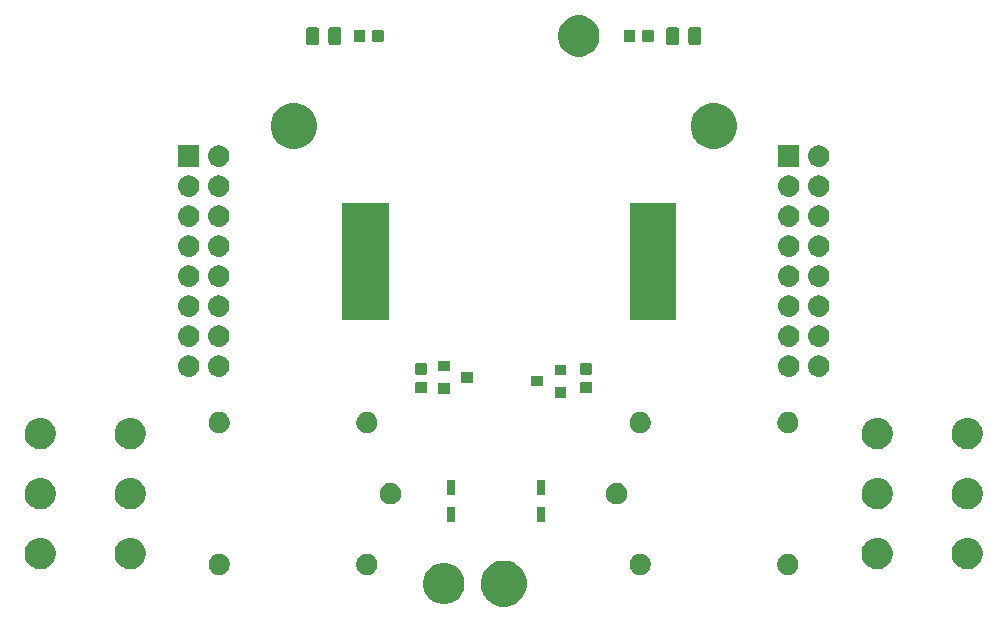
<source format=gbr>
G04 #@! TF.GenerationSoftware,KiCad,Pcbnew,(5.0.2)-1*
G04 #@! TF.CreationDate,2019-10-04T12:33:32+03:00*
G04 #@! TF.ProjectId,2-relay-over-io,322d7265-6c61-4792-9d6f-7665722d696f,rev?*
G04 #@! TF.SameCoordinates,Original*
G04 #@! TF.FileFunction,Soldermask,Top*
G04 #@! TF.FilePolarity,Negative*
%FSLAX46Y46*%
G04 Gerber Fmt 4.6, Leading zero omitted, Abs format (unit mm)*
G04 Created by KiCad (PCBNEW (5.0.2)-1) date 04.10.2019 12:33:32*
%MOMM*%
%LPD*%
G01*
G04 APERTURE LIST*
%ADD10C,0.100000*%
G04 APERTURE END LIST*
D10*
G36*
X119949083Y-141633975D02*
X119949085Y-141633976D01*
X119949086Y-141633976D01*
X120304145Y-141781046D01*
X120373297Y-141827252D01*
X120623693Y-141994561D01*
X120895439Y-142266307D01*
X120895441Y-142266310D01*
X121108954Y-142585855D01*
X121256024Y-142940914D01*
X121256025Y-142940917D01*
X121331000Y-143317842D01*
X121331000Y-143702158D01*
X121267687Y-144020456D01*
X121256024Y-144079086D01*
X121108954Y-144434145D01*
X121108953Y-144434146D01*
X120895439Y-144753693D01*
X120623693Y-145025439D01*
X120623690Y-145025441D01*
X120304145Y-145238954D01*
X119949086Y-145386024D01*
X119949085Y-145386024D01*
X119949083Y-145386025D01*
X119572158Y-145461000D01*
X119187842Y-145461000D01*
X118810917Y-145386025D01*
X118810915Y-145386024D01*
X118810914Y-145386024D01*
X118455855Y-145238954D01*
X118136310Y-145025441D01*
X118136307Y-145025439D01*
X117864561Y-144753693D01*
X117651047Y-144434146D01*
X117651046Y-144434145D01*
X117503976Y-144079086D01*
X117492314Y-144020456D01*
X117429000Y-143702158D01*
X117429000Y-143317842D01*
X117503975Y-142940917D01*
X117503976Y-142940914D01*
X117651046Y-142585855D01*
X117864559Y-142266310D01*
X117864561Y-142266307D01*
X118136307Y-141994561D01*
X118386703Y-141827252D01*
X118455855Y-141781046D01*
X118810914Y-141633976D01*
X118810915Y-141633976D01*
X118810917Y-141633975D01*
X119187842Y-141559000D01*
X119572158Y-141559000D01*
X119949083Y-141633975D01*
X119949083Y-141633975D01*
G37*
G36*
X114810456Y-141827251D02*
X115128936Y-141959170D01*
X115415560Y-142150686D01*
X115659314Y-142394440D01*
X115850830Y-142681064D01*
X115982749Y-142999544D01*
X116050000Y-143337640D01*
X116050000Y-143682360D01*
X115982749Y-144020456D01*
X115850830Y-144338936D01*
X115659314Y-144625560D01*
X115415560Y-144869314D01*
X115128936Y-145060830D01*
X114810456Y-145192749D01*
X114472360Y-145260000D01*
X114127640Y-145260000D01*
X113789544Y-145192749D01*
X113471064Y-145060830D01*
X113184440Y-144869314D01*
X112940686Y-144625560D01*
X112749170Y-144338936D01*
X112617251Y-144020456D01*
X112550000Y-143682360D01*
X112550000Y-143337640D01*
X112617251Y-142999544D01*
X112749170Y-142681064D01*
X112940686Y-142394440D01*
X113184440Y-142150686D01*
X113471064Y-141959170D01*
X113789544Y-141827251D01*
X114127640Y-141760000D01*
X114472360Y-141760000D01*
X114810456Y-141827251D01*
X114810456Y-141827251D01*
G37*
G36*
X131202812Y-141023624D02*
X131366784Y-141091544D01*
X131514354Y-141190147D01*
X131639853Y-141315646D01*
X131738456Y-141463216D01*
X131806376Y-141627188D01*
X131841000Y-141801259D01*
X131841000Y-141978741D01*
X131806376Y-142152812D01*
X131738456Y-142316784D01*
X131639853Y-142464354D01*
X131514354Y-142589853D01*
X131366784Y-142688456D01*
X131202812Y-142756376D01*
X131028741Y-142791000D01*
X130851259Y-142791000D01*
X130677188Y-142756376D01*
X130513216Y-142688456D01*
X130365646Y-142589853D01*
X130240147Y-142464354D01*
X130141544Y-142316784D01*
X130073624Y-142152812D01*
X130039000Y-141978741D01*
X130039000Y-141801259D01*
X130073624Y-141627188D01*
X130141544Y-141463216D01*
X130240147Y-141315646D01*
X130365646Y-141190147D01*
X130513216Y-141091544D01*
X130677188Y-141023624D01*
X130851259Y-140989000D01*
X131028741Y-140989000D01*
X131202812Y-141023624D01*
X131202812Y-141023624D01*
G37*
G36*
X143702812Y-141023624D02*
X143866784Y-141091544D01*
X144014354Y-141190147D01*
X144139853Y-141315646D01*
X144238456Y-141463216D01*
X144306376Y-141627188D01*
X144341000Y-141801259D01*
X144341000Y-141978741D01*
X144306376Y-142152812D01*
X144238456Y-142316784D01*
X144139853Y-142464354D01*
X144014354Y-142589853D01*
X143866784Y-142688456D01*
X143702812Y-142756376D01*
X143528741Y-142791000D01*
X143351259Y-142791000D01*
X143177188Y-142756376D01*
X143013216Y-142688456D01*
X142865646Y-142589853D01*
X142740147Y-142464354D01*
X142641544Y-142316784D01*
X142573624Y-142152812D01*
X142539000Y-141978741D01*
X142539000Y-141801259D01*
X142573624Y-141627188D01*
X142641544Y-141463216D01*
X142740147Y-141315646D01*
X142865646Y-141190147D01*
X143013216Y-141091544D01*
X143177188Y-141023624D01*
X143351259Y-140989000D01*
X143528741Y-140989000D01*
X143702812Y-141023624D01*
X143702812Y-141023624D01*
G37*
G36*
X95554312Y-141023624D02*
X95718284Y-141091544D01*
X95865854Y-141190147D01*
X95991353Y-141315646D01*
X96089956Y-141463216D01*
X96157876Y-141627188D01*
X96192500Y-141801259D01*
X96192500Y-141978741D01*
X96157876Y-142152812D01*
X96089956Y-142316784D01*
X95991353Y-142464354D01*
X95865854Y-142589853D01*
X95718284Y-142688456D01*
X95554312Y-142756376D01*
X95380241Y-142791000D01*
X95202759Y-142791000D01*
X95028688Y-142756376D01*
X94864716Y-142688456D01*
X94717146Y-142589853D01*
X94591647Y-142464354D01*
X94493044Y-142316784D01*
X94425124Y-142152812D01*
X94390500Y-141978741D01*
X94390500Y-141801259D01*
X94425124Y-141627188D01*
X94493044Y-141463216D01*
X94591647Y-141315646D01*
X94717146Y-141190147D01*
X94864716Y-141091544D01*
X95028688Y-141023624D01*
X95202759Y-140989000D01*
X95380241Y-140989000D01*
X95554312Y-141023624D01*
X95554312Y-141023624D01*
G37*
G36*
X108054312Y-141023624D02*
X108218284Y-141091544D01*
X108365854Y-141190147D01*
X108491353Y-141315646D01*
X108589956Y-141463216D01*
X108657876Y-141627188D01*
X108692500Y-141801259D01*
X108692500Y-141978741D01*
X108657876Y-142152812D01*
X108589956Y-142316784D01*
X108491353Y-142464354D01*
X108365854Y-142589853D01*
X108218284Y-142688456D01*
X108054312Y-142756376D01*
X107880241Y-142791000D01*
X107702759Y-142791000D01*
X107528688Y-142756376D01*
X107364716Y-142688456D01*
X107217146Y-142589853D01*
X107091647Y-142464354D01*
X106993044Y-142316784D01*
X106925124Y-142152812D01*
X106890500Y-141978741D01*
X106890500Y-141801259D01*
X106925124Y-141627188D01*
X106993044Y-141463216D01*
X107091647Y-141315646D01*
X107217146Y-141190147D01*
X107364716Y-141091544D01*
X107528688Y-141023624D01*
X107702759Y-140989000D01*
X107880241Y-140989000D01*
X108054312Y-141023624D01*
X108054312Y-141023624D01*
G37*
G36*
X158923250Y-139682843D02*
X159008322Y-139699765D01*
X159078735Y-139728931D01*
X159248728Y-139799344D01*
X159465092Y-139943914D01*
X159649086Y-140127908D01*
X159793656Y-140344272D01*
X159893235Y-140584679D01*
X159944000Y-140839891D01*
X159944000Y-141100109D01*
X159910157Y-141270250D01*
X159901128Y-141315643D01*
X159893235Y-141355321D01*
X159793656Y-141595728D01*
X159649086Y-141812092D01*
X159465092Y-141996086D01*
X159248728Y-142140656D01*
X159078735Y-142211069D01*
X159008322Y-142240235D01*
X158923250Y-142257157D01*
X158753109Y-142291000D01*
X158492891Y-142291000D01*
X158322750Y-142257157D01*
X158237678Y-142240235D01*
X158167265Y-142211069D01*
X157997272Y-142140656D01*
X157780908Y-141996086D01*
X157596914Y-141812092D01*
X157452344Y-141595728D01*
X157352765Y-141355321D01*
X157344873Y-141315643D01*
X157335843Y-141270250D01*
X157302000Y-141100109D01*
X157302000Y-140839891D01*
X157352765Y-140584679D01*
X157452344Y-140344272D01*
X157596914Y-140127908D01*
X157780908Y-139943914D01*
X157997272Y-139799344D01*
X158167265Y-139728931D01*
X158237678Y-139699765D01*
X158322750Y-139682843D01*
X158492891Y-139649000D01*
X158753109Y-139649000D01*
X158923250Y-139682843D01*
X158923250Y-139682843D01*
G37*
G36*
X151303250Y-139682843D02*
X151388322Y-139699765D01*
X151458735Y-139728931D01*
X151628728Y-139799344D01*
X151845092Y-139943914D01*
X152029086Y-140127908D01*
X152173656Y-140344272D01*
X152273235Y-140584679D01*
X152324000Y-140839891D01*
X152324000Y-141100109D01*
X152290157Y-141270250D01*
X152281128Y-141315643D01*
X152273235Y-141355321D01*
X152173656Y-141595728D01*
X152029086Y-141812092D01*
X151845092Y-141996086D01*
X151628728Y-142140656D01*
X151458735Y-142211069D01*
X151388322Y-142240235D01*
X151303250Y-142257157D01*
X151133109Y-142291000D01*
X150872891Y-142291000D01*
X150702750Y-142257157D01*
X150617678Y-142240235D01*
X150547265Y-142211069D01*
X150377272Y-142140656D01*
X150160908Y-141996086D01*
X149976914Y-141812092D01*
X149832344Y-141595728D01*
X149732765Y-141355321D01*
X149724873Y-141315643D01*
X149715843Y-141270250D01*
X149682000Y-141100109D01*
X149682000Y-140839891D01*
X149732765Y-140584679D01*
X149832344Y-140344272D01*
X149976914Y-140127908D01*
X150160908Y-139943914D01*
X150377272Y-139799344D01*
X150547265Y-139728931D01*
X150617678Y-139699765D01*
X150702750Y-139682843D01*
X150872891Y-139649000D01*
X151133109Y-139649000D01*
X151303250Y-139682843D01*
X151303250Y-139682843D01*
G37*
G36*
X88057250Y-139682843D02*
X88142322Y-139699765D01*
X88212735Y-139728931D01*
X88382728Y-139799344D01*
X88599092Y-139943914D01*
X88783086Y-140127908D01*
X88927656Y-140344272D01*
X89027235Y-140584679D01*
X89078000Y-140839891D01*
X89078000Y-141100109D01*
X89044157Y-141270250D01*
X89035128Y-141315643D01*
X89027235Y-141355321D01*
X88927656Y-141595728D01*
X88783086Y-141812092D01*
X88599092Y-141996086D01*
X88382728Y-142140656D01*
X88212735Y-142211069D01*
X88142322Y-142240235D01*
X88057250Y-142257157D01*
X87887109Y-142291000D01*
X87626891Y-142291000D01*
X87456750Y-142257157D01*
X87371678Y-142240235D01*
X87301265Y-142211069D01*
X87131272Y-142140656D01*
X86914908Y-141996086D01*
X86730914Y-141812092D01*
X86586344Y-141595728D01*
X86486765Y-141355321D01*
X86478873Y-141315643D01*
X86469843Y-141270250D01*
X86436000Y-141100109D01*
X86436000Y-140839891D01*
X86486765Y-140584679D01*
X86586344Y-140344272D01*
X86730914Y-140127908D01*
X86914908Y-139943914D01*
X87131272Y-139799344D01*
X87301265Y-139728931D01*
X87371678Y-139699765D01*
X87456750Y-139682843D01*
X87626891Y-139649000D01*
X87887109Y-139649000D01*
X88057250Y-139682843D01*
X88057250Y-139682843D01*
G37*
G36*
X80437250Y-139682843D02*
X80522322Y-139699765D01*
X80592735Y-139728931D01*
X80762728Y-139799344D01*
X80979092Y-139943914D01*
X81163086Y-140127908D01*
X81307656Y-140344272D01*
X81407235Y-140584679D01*
X81458000Y-140839891D01*
X81458000Y-141100109D01*
X81424157Y-141270250D01*
X81415128Y-141315643D01*
X81407235Y-141355321D01*
X81307656Y-141595728D01*
X81163086Y-141812092D01*
X80979092Y-141996086D01*
X80762728Y-142140656D01*
X80592735Y-142211069D01*
X80522322Y-142240235D01*
X80437250Y-142257157D01*
X80267109Y-142291000D01*
X80006891Y-142291000D01*
X79836750Y-142257157D01*
X79751678Y-142240235D01*
X79681265Y-142211069D01*
X79511272Y-142140656D01*
X79294908Y-141996086D01*
X79110914Y-141812092D01*
X78966344Y-141595728D01*
X78866765Y-141355321D01*
X78858873Y-141315643D01*
X78849843Y-141270250D01*
X78816000Y-141100109D01*
X78816000Y-140839891D01*
X78866765Y-140584679D01*
X78966344Y-140344272D01*
X79110914Y-140127908D01*
X79294908Y-139943914D01*
X79511272Y-139799344D01*
X79681265Y-139728931D01*
X79751678Y-139699765D01*
X79836750Y-139682843D01*
X80006891Y-139649000D01*
X80267109Y-139649000D01*
X80437250Y-139682843D01*
X80437250Y-139682843D01*
G37*
G36*
X122881000Y-138271000D02*
X122229000Y-138271000D01*
X122229000Y-137059000D01*
X122881000Y-137059000D01*
X122881000Y-138271000D01*
X122881000Y-138271000D01*
G37*
G36*
X115261000Y-138271000D02*
X114609000Y-138271000D01*
X114609000Y-137059000D01*
X115261000Y-137059000D01*
X115261000Y-138271000D01*
X115261000Y-138271000D01*
G37*
G36*
X88057250Y-134602843D02*
X88142322Y-134619765D01*
X88212735Y-134648931D01*
X88382728Y-134719344D01*
X88599092Y-134863914D01*
X88783086Y-135047908D01*
X88927656Y-135264272D01*
X88998069Y-135434265D01*
X89027235Y-135504678D01*
X89078000Y-135759893D01*
X89078000Y-136020107D01*
X89027235Y-136275322D01*
X89010061Y-136316784D01*
X88927656Y-136515728D01*
X88783086Y-136732092D01*
X88599092Y-136916086D01*
X88382728Y-137060656D01*
X88212735Y-137131069D01*
X88142322Y-137160235D01*
X88057250Y-137177157D01*
X87887109Y-137211000D01*
X87626891Y-137211000D01*
X87456750Y-137177157D01*
X87371678Y-137160235D01*
X87301265Y-137131069D01*
X87131272Y-137060656D01*
X86914908Y-136916086D01*
X86730914Y-136732092D01*
X86586344Y-136515728D01*
X86503939Y-136316784D01*
X86486765Y-136275322D01*
X86436000Y-136020107D01*
X86436000Y-135759893D01*
X86486765Y-135504678D01*
X86515931Y-135434265D01*
X86586344Y-135264272D01*
X86730914Y-135047908D01*
X86914908Y-134863914D01*
X87131272Y-134719344D01*
X87301265Y-134648931D01*
X87371678Y-134619765D01*
X87456750Y-134602843D01*
X87626891Y-134569000D01*
X87887109Y-134569000D01*
X88057250Y-134602843D01*
X88057250Y-134602843D01*
G37*
G36*
X151303250Y-134602843D02*
X151388322Y-134619765D01*
X151458735Y-134648931D01*
X151628728Y-134719344D01*
X151845092Y-134863914D01*
X152029086Y-135047908D01*
X152173656Y-135264272D01*
X152244069Y-135434265D01*
X152273235Y-135504678D01*
X152324000Y-135759893D01*
X152324000Y-136020107D01*
X152273235Y-136275322D01*
X152256061Y-136316784D01*
X152173656Y-136515728D01*
X152029086Y-136732092D01*
X151845092Y-136916086D01*
X151628728Y-137060656D01*
X151458735Y-137131069D01*
X151388322Y-137160235D01*
X151303250Y-137177157D01*
X151133109Y-137211000D01*
X150872891Y-137211000D01*
X150702750Y-137177157D01*
X150617678Y-137160235D01*
X150547265Y-137131069D01*
X150377272Y-137060656D01*
X150160908Y-136916086D01*
X149976914Y-136732092D01*
X149832344Y-136515728D01*
X149749939Y-136316784D01*
X149732765Y-136275322D01*
X149682000Y-136020107D01*
X149682000Y-135759893D01*
X149732765Y-135504678D01*
X149761931Y-135434265D01*
X149832344Y-135264272D01*
X149976914Y-135047908D01*
X150160908Y-134863914D01*
X150377272Y-134719344D01*
X150547265Y-134648931D01*
X150617678Y-134619765D01*
X150702750Y-134602843D01*
X150872891Y-134569000D01*
X151133109Y-134569000D01*
X151303250Y-134602843D01*
X151303250Y-134602843D01*
G37*
G36*
X158923250Y-134602843D02*
X159008322Y-134619765D01*
X159078735Y-134648931D01*
X159248728Y-134719344D01*
X159465092Y-134863914D01*
X159649086Y-135047908D01*
X159793656Y-135264272D01*
X159864069Y-135434265D01*
X159893235Y-135504678D01*
X159944000Y-135759893D01*
X159944000Y-136020107D01*
X159893235Y-136275322D01*
X159876061Y-136316784D01*
X159793656Y-136515728D01*
X159649086Y-136732092D01*
X159465092Y-136916086D01*
X159248728Y-137060656D01*
X159078735Y-137131069D01*
X159008322Y-137160235D01*
X158923250Y-137177157D01*
X158753109Y-137211000D01*
X158492891Y-137211000D01*
X158322750Y-137177157D01*
X158237678Y-137160235D01*
X158167265Y-137131069D01*
X157997272Y-137060656D01*
X157780908Y-136916086D01*
X157596914Y-136732092D01*
X157452344Y-136515728D01*
X157369939Y-136316784D01*
X157352765Y-136275322D01*
X157302000Y-136020107D01*
X157302000Y-135759893D01*
X157352765Y-135504678D01*
X157381931Y-135434265D01*
X157452344Y-135264272D01*
X157596914Y-135047908D01*
X157780908Y-134863914D01*
X157997272Y-134719344D01*
X158167265Y-134648931D01*
X158237678Y-134619765D01*
X158322750Y-134602843D01*
X158492891Y-134569000D01*
X158753109Y-134569000D01*
X158923250Y-134602843D01*
X158923250Y-134602843D01*
G37*
G36*
X80437250Y-134602843D02*
X80522322Y-134619765D01*
X80592735Y-134648931D01*
X80762728Y-134719344D01*
X80979092Y-134863914D01*
X81163086Y-135047908D01*
X81307656Y-135264272D01*
X81378069Y-135434265D01*
X81407235Y-135504678D01*
X81458000Y-135759893D01*
X81458000Y-136020107D01*
X81407235Y-136275322D01*
X81390061Y-136316784D01*
X81307656Y-136515728D01*
X81163086Y-136732092D01*
X80979092Y-136916086D01*
X80762728Y-137060656D01*
X80592735Y-137131069D01*
X80522322Y-137160235D01*
X80437250Y-137177157D01*
X80267109Y-137211000D01*
X80006891Y-137211000D01*
X79836750Y-137177157D01*
X79751678Y-137160235D01*
X79681265Y-137131069D01*
X79511272Y-137060656D01*
X79294908Y-136916086D01*
X79110914Y-136732092D01*
X78966344Y-136515728D01*
X78883939Y-136316784D01*
X78866765Y-136275322D01*
X78816000Y-136020107D01*
X78816000Y-135759893D01*
X78866765Y-135504678D01*
X78895931Y-135434265D01*
X78966344Y-135264272D01*
X79110914Y-135047908D01*
X79294908Y-134863914D01*
X79511272Y-134719344D01*
X79681265Y-134648931D01*
X79751678Y-134619765D01*
X79836750Y-134602843D01*
X80006891Y-134569000D01*
X80267109Y-134569000D01*
X80437250Y-134602843D01*
X80437250Y-134602843D01*
G37*
G36*
X110054312Y-135023624D02*
X110218284Y-135091544D01*
X110365854Y-135190147D01*
X110491353Y-135315646D01*
X110589956Y-135463216D01*
X110657876Y-135627188D01*
X110692500Y-135801259D01*
X110692500Y-135978741D01*
X110657876Y-136152812D01*
X110589956Y-136316784D01*
X110491353Y-136464354D01*
X110365854Y-136589853D01*
X110218284Y-136688456D01*
X110054312Y-136756376D01*
X109880241Y-136791000D01*
X109702759Y-136791000D01*
X109528688Y-136756376D01*
X109364716Y-136688456D01*
X109217146Y-136589853D01*
X109091647Y-136464354D01*
X108993044Y-136316784D01*
X108925124Y-136152812D01*
X108890500Y-135978741D01*
X108890500Y-135801259D01*
X108925124Y-135627188D01*
X108993044Y-135463216D01*
X109091647Y-135315646D01*
X109217146Y-135190147D01*
X109364716Y-135091544D01*
X109528688Y-135023624D01*
X109702759Y-134989000D01*
X109880241Y-134989000D01*
X110054312Y-135023624D01*
X110054312Y-135023624D01*
G37*
G36*
X129202812Y-135023624D02*
X129366784Y-135091544D01*
X129514354Y-135190147D01*
X129639853Y-135315646D01*
X129738456Y-135463216D01*
X129806376Y-135627188D01*
X129841000Y-135801259D01*
X129841000Y-135978741D01*
X129806376Y-136152812D01*
X129738456Y-136316784D01*
X129639853Y-136464354D01*
X129514354Y-136589853D01*
X129366784Y-136688456D01*
X129202812Y-136756376D01*
X129028741Y-136791000D01*
X128851259Y-136791000D01*
X128677188Y-136756376D01*
X128513216Y-136688456D01*
X128365646Y-136589853D01*
X128240147Y-136464354D01*
X128141544Y-136316784D01*
X128073624Y-136152812D01*
X128039000Y-135978741D01*
X128039000Y-135801259D01*
X128073624Y-135627188D01*
X128141544Y-135463216D01*
X128240147Y-135315646D01*
X128365646Y-135190147D01*
X128513216Y-135091544D01*
X128677188Y-135023624D01*
X128851259Y-134989000D01*
X129028741Y-134989000D01*
X129202812Y-135023624D01*
X129202812Y-135023624D01*
G37*
G36*
X115261000Y-135991000D02*
X114609000Y-135991000D01*
X114609000Y-134779000D01*
X115261000Y-134779000D01*
X115261000Y-135991000D01*
X115261000Y-135991000D01*
G37*
G36*
X122881000Y-135991000D02*
X122229000Y-135991000D01*
X122229000Y-134779000D01*
X122881000Y-134779000D01*
X122881000Y-135991000D01*
X122881000Y-135991000D01*
G37*
G36*
X80437250Y-129522843D02*
X80522322Y-129539765D01*
X80592735Y-129568931D01*
X80762728Y-129639344D01*
X80979092Y-129783914D01*
X81163086Y-129967908D01*
X81307656Y-130184272D01*
X81362543Y-130316782D01*
X81407235Y-130424678D01*
X81424157Y-130509750D01*
X81458000Y-130679891D01*
X81458000Y-130940109D01*
X81407235Y-131195321D01*
X81307656Y-131435728D01*
X81163086Y-131652092D01*
X80979092Y-131836086D01*
X80762728Y-131980656D01*
X80592735Y-132051069D01*
X80522322Y-132080235D01*
X80437250Y-132097157D01*
X80267109Y-132131000D01*
X80006891Y-132131000D01*
X79836750Y-132097157D01*
X79751678Y-132080235D01*
X79681265Y-132051069D01*
X79511272Y-131980656D01*
X79294908Y-131836086D01*
X79110914Y-131652092D01*
X78966344Y-131435728D01*
X78866765Y-131195321D01*
X78816000Y-130940109D01*
X78816000Y-130679891D01*
X78849843Y-130509750D01*
X78866765Y-130424678D01*
X78911457Y-130316782D01*
X78966344Y-130184272D01*
X79110914Y-129967908D01*
X79294908Y-129783914D01*
X79511272Y-129639344D01*
X79681265Y-129568931D01*
X79751678Y-129539765D01*
X79836750Y-129522843D01*
X80006891Y-129489000D01*
X80267109Y-129489000D01*
X80437250Y-129522843D01*
X80437250Y-129522843D01*
G37*
G36*
X151303250Y-129522843D02*
X151388322Y-129539765D01*
X151458735Y-129568931D01*
X151628728Y-129639344D01*
X151845092Y-129783914D01*
X152029086Y-129967908D01*
X152173656Y-130184272D01*
X152228543Y-130316782D01*
X152273235Y-130424678D01*
X152290157Y-130509750D01*
X152324000Y-130679891D01*
X152324000Y-130940109D01*
X152273235Y-131195321D01*
X152173656Y-131435728D01*
X152029086Y-131652092D01*
X151845092Y-131836086D01*
X151628728Y-131980656D01*
X151458735Y-132051069D01*
X151388322Y-132080235D01*
X151303250Y-132097157D01*
X151133109Y-132131000D01*
X150872891Y-132131000D01*
X150702750Y-132097157D01*
X150617678Y-132080235D01*
X150547265Y-132051069D01*
X150377272Y-131980656D01*
X150160908Y-131836086D01*
X149976914Y-131652092D01*
X149832344Y-131435728D01*
X149732765Y-131195321D01*
X149682000Y-130940109D01*
X149682000Y-130679891D01*
X149715843Y-130509750D01*
X149732765Y-130424678D01*
X149777457Y-130316782D01*
X149832344Y-130184272D01*
X149976914Y-129967908D01*
X150160908Y-129783914D01*
X150377272Y-129639344D01*
X150547265Y-129568931D01*
X150617678Y-129539765D01*
X150702750Y-129522843D01*
X150872891Y-129489000D01*
X151133109Y-129489000D01*
X151303250Y-129522843D01*
X151303250Y-129522843D01*
G37*
G36*
X88057250Y-129522843D02*
X88142322Y-129539765D01*
X88212735Y-129568931D01*
X88382728Y-129639344D01*
X88599092Y-129783914D01*
X88783086Y-129967908D01*
X88927656Y-130184272D01*
X88982543Y-130316782D01*
X89027235Y-130424678D01*
X89044157Y-130509750D01*
X89078000Y-130679891D01*
X89078000Y-130940109D01*
X89027235Y-131195321D01*
X88927656Y-131435728D01*
X88783086Y-131652092D01*
X88599092Y-131836086D01*
X88382728Y-131980656D01*
X88212735Y-132051069D01*
X88142322Y-132080235D01*
X88057250Y-132097157D01*
X87887109Y-132131000D01*
X87626891Y-132131000D01*
X87456750Y-132097157D01*
X87371678Y-132080235D01*
X87301265Y-132051069D01*
X87131272Y-131980656D01*
X86914908Y-131836086D01*
X86730914Y-131652092D01*
X86586344Y-131435728D01*
X86486765Y-131195321D01*
X86436000Y-130940109D01*
X86436000Y-130679891D01*
X86469843Y-130509750D01*
X86486765Y-130424678D01*
X86531457Y-130316782D01*
X86586344Y-130184272D01*
X86730914Y-129967908D01*
X86914908Y-129783914D01*
X87131272Y-129639344D01*
X87301265Y-129568931D01*
X87371678Y-129539765D01*
X87456750Y-129522843D01*
X87626891Y-129489000D01*
X87887109Y-129489000D01*
X88057250Y-129522843D01*
X88057250Y-129522843D01*
G37*
G36*
X158923250Y-129522843D02*
X159008322Y-129539765D01*
X159078735Y-129568931D01*
X159248728Y-129639344D01*
X159465092Y-129783914D01*
X159649086Y-129967908D01*
X159793656Y-130184272D01*
X159848543Y-130316782D01*
X159893235Y-130424678D01*
X159910157Y-130509750D01*
X159944000Y-130679891D01*
X159944000Y-130940109D01*
X159893235Y-131195321D01*
X159793656Y-131435728D01*
X159649086Y-131652092D01*
X159465092Y-131836086D01*
X159248728Y-131980656D01*
X159078735Y-132051069D01*
X159008322Y-132080235D01*
X158923250Y-132097157D01*
X158753109Y-132131000D01*
X158492891Y-132131000D01*
X158322750Y-132097157D01*
X158237678Y-132080235D01*
X158167265Y-132051069D01*
X157997272Y-131980656D01*
X157780908Y-131836086D01*
X157596914Y-131652092D01*
X157452344Y-131435728D01*
X157352765Y-131195321D01*
X157302000Y-130940109D01*
X157302000Y-130679891D01*
X157335843Y-130509750D01*
X157352765Y-130424678D01*
X157397457Y-130316782D01*
X157452344Y-130184272D01*
X157596914Y-129967908D01*
X157780908Y-129783914D01*
X157997272Y-129639344D01*
X158167265Y-129568931D01*
X158237678Y-129539765D01*
X158322750Y-129522843D01*
X158492891Y-129489000D01*
X158753109Y-129489000D01*
X158923250Y-129522843D01*
X158923250Y-129522843D01*
G37*
G36*
X95554312Y-129023624D02*
X95718284Y-129091544D01*
X95865854Y-129190147D01*
X95991353Y-129315646D01*
X96089956Y-129463216D01*
X96157876Y-129627188D01*
X96192500Y-129801259D01*
X96192500Y-129978741D01*
X96157876Y-130152812D01*
X96089956Y-130316784D01*
X95991353Y-130464354D01*
X95865854Y-130589853D01*
X95718284Y-130688456D01*
X95554312Y-130756376D01*
X95380241Y-130791000D01*
X95202759Y-130791000D01*
X95028688Y-130756376D01*
X94864716Y-130688456D01*
X94717146Y-130589853D01*
X94591647Y-130464354D01*
X94493044Y-130316784D01*
X94425124Y-130152812D01*
X94390500Y-129978741D01*
X94390500Y-129801259D01*
X94425124Y-129627188D01*
X94493044Y-129463216D01*
X94591647Y-129315646D01*
X94717146Y-129190147D01*
X94864716Y-129091544D01*
X95028688Y-129023624D01*
X95202759Y-128989000D01*
X95380241Y-128989000D01*
X95554312Y-129023624D01*
X95554312Y-129023624D01*
G37*
G36*
X131202812Y-129023624D02*
X131366784Y-129091544D01*
X131514354Y-129190147D01*
X131639853Y-129315646D01*
X131738456Y-129463216D01*
X131806376Y-129627188D01*
X131841000Y-129801259D01*
X131841000Y-129978741D01*
X131806376Y-130152812D01*
X131738456Y-130316784D01*
X131639853Y-130464354D01*
X131514354Y-130589853D01*
X131366784Y-130688456D01*
X131202812Y-130756376D01*
X131028741Y-130791000D01*
X130851259Y-130791000D01*
X130677188Y-130756376D01*
X130513216Y-130688456D01*
X130365646Y-130589853D01*
X130240147Y-130464354D01*
X130141544Y-130316784D01*
X130073624Y-130152812D01*
X130039000Y-129978741D01*
X130039000Y-129801259D01*
X130073624Y-129627188D01*
X130141544Y-129463216D01*
X130240147Y-129315646D01*
X130365646Y-129190147D01*
X130513216Y-129091544D01*
X130677188Y-129023624D01*
X130851259Y-128989000D01*
X131028741Y-128989000D01*
X131202812Y-129023624D01*
X131202812Y-129023624D01*
G37*
G36*
X108054312Y-129023624D02*
X108218284Y-129091544D01*
X108365854Y-129190147D01*
X108491353Y-129315646D01*
X108589956Y-129463216D01*
X108657876Y-129627188D01*
X108692500Y-129801259D01*
X108692500Y-129978741D01*
X108657876Y-130152812D01*
X108589956Y-130316784D01*
X108491353Y-130464354D01*
X108365854Y-130589853D01*
X108218284Y-130688456D01*
X108054312Y-130756376D01*
X107880241Y-130791000D01*
X107702759Y-130791000D01*
X107528688Y-130756376D01*
X107364716Y-130688456D01*
X107217146Y-130589853D01*
X107091647Y-130464354D01*
X106993044Y-130316784D01*
X106925124Y-130152812D01*
X106890500Y-129978741D01*
X106890500Y-129801259D01*
X106925124Y-129627188D01*
X106993044Y-129463216D01*
X107091647Y-129315646D01*
X107217146Y-129190147D01*
X107364716Y-129091544D01*
X107528688Y-129023624D01*
X107702759Y-128989000D01*
X107880241Y-128989000D01*
X108054312Y-129023624D01*
X108054312Y-129023624D01*
G37*
G36*
X143702812Y-129023623D02*
X143866784Y-129091543D01*
X144014354Y-129190146D01*
X144139853Y-129315645D01*
X144238456Y-129463215D01*
X144306376Y-129627187D01*
X144341000Y-129801258D01*
X144341000Y-129978740D01*
X144306376Y-130152811D01*
X144238456Y-130316783D01*
X144139853Y-130464353D01*
X144014354Y-130589852D01*
X143866784Y-130688455D01*
X143702812Y-130756375D01*
X143528741Y-130790999D01*
X143351259Y-130790999D01*
X143177188Y-130756375D01*
X143013216Y-130688455D01*
X142865646Y-130589852D01*
X142740147Y-130464353D01*
X142641544Y-130316783D01*
X142573624Y-130152811D01*
X142539000Y-129978740D01*
X142539000Y-129801258D01*
X142573624Y-129627187D01*
X142641544Y-129463215D01*
X142740147Y-129315645D01*
X142865646Y-129190146D01*
X143013216Y-129091543D01*
X143177188Y-129023623D01*
X143351259Y-128988999D01*
X143528741Y-128988999D01*
X143702812Y-129023623D01*
X143702812Y-129023623D01*
G37*
G36*
X124691000Y-127766000D02*
X123689000Y-127766000D01*
X123689000Y-126864000D01*
X124691000Y-126864000D01*
X124691000Y-127766000D01*
X124691000Y-127766000D01*
G37*
G36*
X114801000Y-127446000D02*
X113799000Y-127446000D01*
X113799000Y-126544000D01*
X114801000Y-126544000D01*
X114801000Y-127446000D01*
X114801000Y-127446000D01*
G37*
G36*
X126744591Y-126418585D02*
X126778569Y-126428893D01*
X126809887Y-126445633D01*
X126837339Y-126468161D01*
X126859867Y-126495613D01*
X126876607Y-126526931D01*
X126886915Y-126560909D01*
X126891000Y-126602390D01*
X126891000Y-127203610D01*
X126886915Y-127245091D01*
X126876607Y-127279069D01*
X126859867Y-127310387D01*
X126837339Y-127337839D01*
X126809887Y-127360367D01*
X126778569Y-127377107D01*
X126744591Y-127387415D01*
X126703110Y-127391500D01*
X126026890Y-127391500D01*
X125985409Y-127387415D01*
X125951431Y-127377107D01*
X125920113Y-127360367D01*
X125892661Y-127337839D01*
X125870133Y-127310387D01*
X125853393Y-127279069D01*
X125843085Y-127245091D01*
X125839000Y-127203610D01*
X125839000Y-126602390D01*
X125843085Y-126560909D01*
X125853393Y-126526931D01*
X125870133Y-126495613D01*
X125892661Y-126468161D01*
X125920113Y-126445633D01*
X125951431Y-126428893D01*
X125985409Y-126418585D01*
X126026890Y-126414500D01*
X126703110Y-126414500D01*
X126744591Y-126418585D01*
X126744591Y-126418585D01*
G37*
G36*
X112774591Y-126418585D02*
X112808569Y-126428893D01*
X112839887Y-126445633D01*
X112867339Y-126468161D01*
X112889867Y-126495613D01*
X112906607Y-126526931D01*
X112916915Y-126560909D01*
X112921000Y-126602390D01*
X112921000Y-127203610D01*
X112916915Y-127245091D01*
X112906607Y-127279069D01*
X112889867Y-127310387D01*
X112867339Y-127337839D01*
X112839887Y-127360367D01*
X112808569Y-127377107D01*
X112774591Y-127387415D01*
X112733110Y-127391500D01*
X112056890Y-127391500D01*
X112015409Y-127387415D01*
X111981431Y-127377107D01*
X111950113Y-127360367D01*
X111922661Y-127337839D01*
X111900133Y-127310387D01*
X111883393Y-127279069D01*
X111873085Y-127245091D01*
X111869000Y-127203610D01*
X111869000Y-126602390D01*
X111873085Y-126560909D01*
X111883393Y-126526931D01*
X111900133Y-126495613D01*
X111922661Y-126468161D01*
X111950113Y-126445633D01*
X111981431Y-126428893D01*
X112015409Y-126418585D01*
X112056890Y-126414500D01*
X112733110Y-126414500D01*
X112774591Y-126418585D01*
X112774591Y-126418585D01*
G37*
G36*
X122691000Y-126816000D02*
X121689000Y-126816000D01*
X121689000Y-125914000D01*
X122691000Y-125914000D01*
X122691000Y-126816000D01*
X122691000Y-126816000D01*
G37*
G36*
X116801000Y-126496000D02*
X115799000Y-126496000D01*
X115799000Y-125594000D01*
X116801000Y-125594000D01*
X116801000Y-126496000D01*
X116801000Y-126496000D01*
G37*
G36*
X146160442Y-124200518D02*
X146226627Y-124207037D01*
X146339853Y-124241384D01*
X146396467Y-124258557D01*
X146535087Y-124332652D01*
X146552991Y-124342222D01*
X146588729Y-124371552D01*
X146690186Y-124454814D01*
X146773448Y-124556271D01*
X146802778Y-124592009D01*
X146802779Y-124592011D01*
X146886443Y-124748533D01*
X146886443Y-124748534D01*
X146937963Y-124918373D01*
X146955359Y-125095000D01*
X146937963Y-125271627D01*
X146903616Y-125384853D01*
X146886443Y-125441467D01*
X146830568Y-125546000D01*
X146802778Y-125597991D01*
X146784797Y-125619901D01*
X146690186Y-125735186D01*
X146596081Y-125812415D01*
X146552991Y-125847778D01*
X146552989Y-125847779D01*
X146396467Y-125931443D01*
X146339853Y-125948616D01*
X146226627Y-125982963D01*
X146160442Y-125989482D01*
X146094260Y-125996000D01*
X146005740Y-125996000D01*
X145939558Y-125989482D01*
X145873373Y-125982963D01*
X145760147Y-125948616D01*
X145703533Y-125931443D01*
X145547011Y-125847779D01*
X145547009Y-125847778D01*
X145503919Y-125812415D01*
X145409814Y-125735186D01*
X145315203Y-125619901D01*
X145297222Y-125597991D01*
X145269432Y-125546000D01*
X145213557Y-125441467D01*
X145196384Y-125384853D01*
X145162037Y-125271627D01*
X145144641Y-125095000D01*
X145162037Y-124918373D01*
X145213557Y-124748534D01*
X145213557Y-124748533D01*
X145297221Y-124592011D01*
X145297222Y-124592009D01*
X145326552Y-124556271D01*
X145409814Y-124454814D01*
X145511271Y-124371552D01*
X145547009Y-124342222D01*
X145564913Y-124332652D01*
X145703533Y-124258557D01*
X145760147Y-124241384D01*
X145873373Y-124207037D01*
X145939558Y-124200518D01*
X146005740Y-124194000D01*
X146094260Y-124194000D01*
X146160442Y-124200518D01*
X146160442Y-124200518D01*
G37*
G36*
X143620442Y-124200518D02*
X143686627Y-124207037D01*
X143799853Y-124241384D01*
X143856467Y-124258557D01*
X143995087Y-124332652D01*
X144012991Y-124342222D01*
X144048729Y-124371552D01*
X144150186Y-124454814D01*
X144233448Y-124556271D01*
X144262778Y-124592009D01*
X144262779Y-124592011D01*
X144346443Y-124748533D01*
X144346443Y-124748534D01*
X144397963Y-124918373D01*
X144415359Y-125095000D01*
X144397963Y-125271627D01*
X144363616Y-125384853D01*
X144346443Y-125441467D01*
X144290568Y-125546000D01*
X144262778Y-125597991D01*
X144244797Y-125619901D01*
X144150186Y-125735186D01*
X144056081Y-125812415D01*
X144012991Y-125847778D01*
X144012989Y-125847779D01*
X143856467Y-125931443D01*
X143799853Y-125948616D01*
X143686627Y-125982963D01*
X143620442Y-125989482D01*
X143554260Y-125996000D01*
X143465740Y-125996000D01*
X143399558Y-125989482D01*
X143333373Y-125982963D01*
X143220147Y-125948616D01*
X143163533Y-125931443D01*
X143007011Y-125847779D01*
X143007009Y-125847778D01*
X142963919Y-125812415D01*
X142869814Y-125735186D01*
X142775203Y-125619901D01*
X142757222Y-125597991D01*
X142729432Y-125546000D01*
X142673557Y-125441467D01*
X142656384Y-125384853D01*
X142622037Y-125271627D01*
X142604641Y-125095000D01*
X142622037Y-124918373D01*
X142673557Y-124748534D01*
X142673557Y-124748533D01*
X142757221Y-124592011D01*
X142757222Y-124592009D01*
X142786552Y-124556271D01*
X142869814Y-124454814D01*
X142971271Y-124371552D01*
X143007009Y-124342222D01*
X143024913Y-124332652D01*
X143163533Y-124258557D01*
X143220147Y-124241384D01*
X143333373Y-124207037D01*
X143399558Y-124200518D01*
X143465740Y-124194000D01*
X143554260Y-124194000D01*
X143620442Y-124200518D01*
X143620442Y-124200518D01*
G37*
G36*
X95360442Y-124200518D02*
X95426627Y-124207037D01*
X95539853Y-124241384D01*
X95596467Y-124258557D01*
X95735087Y-124332652D01*
X95752991Y-124342222D01*
X95788729Y-124371552D01*
X95890186Y-124454814D01*
X95973448Y-124556271D01*
X96002778Y-124592009D01*
X96002779Y-124592011D01*
X96086443Y-124748533D01*
X96086443Y-124748534D01*
X96137963Y-124918373D01*
X96155359Y-125095000D01*
X96137963Y-125271627D01*
X96103616Y-125384853D01*
X96086443Y-125441467D01*
X96030568Y-125546000D01*
X96002778Y-125597991D01*
X95984797Y-125619901D01*
X95890186Y-125735186D01*
X95796081Y-125812415D01*
X95752991Y-125847778D01*
X95752989Y-125847779D01*
X95596467Y-125931443D01*
X95539853Y-125948616D01*
X95426627Y-125982963D01*
X95360442Y-125989482D01*
X95294260Y-125996000D01*
X95205740Y-125996000D01*
X95139558Y-125989482D01*
X95073373Y-125982963D01*
X94960147Y-125948616D01*
X94903533Y-125931443D01*
X94747011Y-125847779D01*
X94747009Y-125847778D01*
X94703919Y-125812415D01*
X94609814Y-125735186D01*
X94515203Y-125619901D01*
X94497222Y-125597991D01*
X94469432Y-125546000D01*
X94413557Y-125441467D01*
X94396384Y-125384853D01*
X94362037Y-125271627D01*
X94344641Y-125095000D01*
X94362037Y-124918373D01*
X94413557Y-124748534D01*
X94413557Y-124748533D01*
X94497221Y-124592011D01*
X94497222Y-124592009D01*
X94526552Y-124556271D01*
X94609814Y-124454814D01*
X94711271Y-124371552D01*
X94747009Y-124342222D01*
X94764913Y-124332652D01*
X94903533Y-124258557D01*
X94960147Y-124241384D01*
X95073373Y-124207037D01*
X95139558Y-124200518D01*
X95205740Y-124194000D01*
X95294260Y-124194000D01*
X95360442Y-124200518D01*
X95360442Y-124200518D01*
G37*
G36*
X92820442Y-124200518D02*
X92886627Y-124207037D01*
X92999853Y-124241384D01*
X93056467Y-124258557D01*
X93195087Y-124332652D01*
X93212991Y-124342222D01*
X93248729Y-124371552D01*
X93350186Y-124454814D01*
X93433448Y-124556271D01*
X93462778Y-124592009D01*
X93462779Y-124592011D01*
X93546443Y-124748533D01*
X93546443Y-124748534D01*
X93597963Y-124918373D01*
X93615359Y-125095000D01*
X93597963Y-125271627D01*
X93563616Y-125384853D01*
X93546443Y-125441467D01*
X93490568Y-125546000D01*
X93462778Y-125597991D01*
X93444797Y-125619901D01*
X93350186Y-125735186D01*
X93256081Y-125812415D01*
X93212991Y-125847778D01*
X93212989Y-125847779D01*
X93056467Y-125931443D01*
X92999853Y-125948616D01*
X92886627Y-125982963D01*
X92820442Y-125989482D01*
X92754260Y-125996000D01*
X92665740Y-125996000D01*
X92599558Y-125989482D01*
X92533373Y-125982963D01*
X92420147Y-125948616D01*
X92363533Y-125931443D01*
X92207011Y-125847779D01*
X92207009Y-125847778D01*
X92163919Y-125812415D01*
X92069814Y-125735186D01*
X91975203Y-125619901D01*
X91957222Y-125597991D01*
X91929432Y-125546000D01*
X91873557Y-125441467D01*
X91856384Y-125384853D01*
X91822037Y-125271627D01*
X91804641Y-125095000D01*
X91822037Y-124918373D01*
X91873557Y-124748534D01*
X91873557Y-124748533D01*
X91957221Y-124592011D01*
X91957222Y-124592009D01*
X91986552Y-124556271D01*
X92069814Y-124454814D01*
X92171271Y-124371552D01*
X92207009Y-124342222D01*
X92224913Y-124332652D01*
X92363533Y-124258557D01*
X92420147Y-124241384D01*
X92533373Y-124207037D01*
X92599558Y-124200518D01*
X92665740Y-124194000D01*
X92754260Y-124194000D01*
X92820442Y-124200518D01*
X92820442Y-124200518D01*
G37*
G36*
X124691000Y-125866000D02*
X123689000Y-125866000D01*
X123689000Y-124964000D01*
X124691000Y-124964000D01*
X124691000Y-125866000D01*
X124691000Y-125866000D01*
G37*
G36*
X112774591Y-124843585D02*
X112808569Y-124853893D01*
X112839887Y-124870633D01*
X112867339Y-124893161D01*
X112889867Y-124920613D01*
X112906607Y-124951931D01*
X112916915Y-124985909D01*
X112921000Y-125027390D01*
X112921000Y-125628610D01*
X112916915Y-125670091D01*
X112906607Y-125704069D01*
X112889867Y-125735387D01*
X112867339Y-125762839D01*
X112839887Y-125785367D01*
X112808569Y-125802107D01*
X112774591Y-125812415D01*
X112733110Y-125816500D01*
X112056890Y-125816500D01*
X112015409Y-125812415D01*
X111981431Y-125802107D01*
X111950113Y-125785367D01*
X111922661Y-125762839D01*
X111900133Y-125735387D01*
X111883393Y-125704069D01*
X111873085Y-125670091D01*
X111869000Y-125628610D01*
X111869000Y-125027390D01*
X111873085Y-124985909D01*
X111883393Y-124951931D01*
X111900133Y-124920613D01*
X111922661Y-124893161D01*
X111950113Y-124870633D01*
X111981431Y-124853893D01*
X112015409Y-124843585D01*
X112056890Y-124839500D01*
X112733110Y-124839500D01*
X112774591Y-124843585D01*
X112774591Y-124843585D01*
G37*
G36*
X126744591Y-124843585D02*
X126778569Y-124853893D01*
X126809887Y-124870633D01*
X126837339Y-124893161D01*
X126859867Y-124920613D01*
X126876607Y-124951931D01*
X126886915Y-124985909D01*
X126891000Y-125027390D01*
X126891000Y-125628610D01*
X126886915Y-125670091D01*
X126876607Y-125704069D01*
X126859867Y-125735387D01*
X126837339Y-125762839D01*
X126809887Y-125785367D01*
X126778569Y-125802107D01*
X126744591Y-125812415D01*
X126703110Y-125816500D01*
X126026890Y-125816500D01*
X125985409Y-125812415D01*
X125951431Y-125802107D01*
X125920113Y-125785367D01*
X125892661Y-125762839D01*
X125870133Y-125735387D01*
X125853393Y-125704069D01*
X125843085Y-125670091D01*
X125839000Y-125628610D01*
X125839000Y-125027390D01*
X125843085Y-124985909D01*
X125853393Y-124951931D01*
X125870133Y-124920613D01*
X125892661Y-124893161D01*
X125920113Y-124870633D01*
X125951431Y-124853893D01*
X125985409Y-124843585D01*
X126026890Y-124839500D01*
X126703110Y-124839500D01*
X126744591Y-124843585D01*
X126744591Y-124843585D01*
G37*
G36*
X114801000Y-125546000D02*
X113799000Y-125546000D01*
X113799000Y-124644000D01*
X114801000Y-124644000D01*
X114801000Y-125546000D01*
X114801000Y-125546000D01*
G37*
G36*
X95360442Y-121660518D02*
X95426627Y-121667037D01*
X95539853Y-121701384D01*
X95596467Y-121718557D01*
X95735087Y-121792652D01*
X95752991Y-121802222D01*
X95788729Y-121831552D01*
X95890186Y-121914814D01*
X95973448Y-122016271D01*
X96002778Y-122052009D01*
X96002779Y-122052011D01*
X96086443Y-122208533D01*
X96086443Y-122208534D01*
X96137963Y-122378373D01*
X96155359Y-122555000D01*
X96137963Y-122731627D01*
X96103616Y-122844853D01*
X96086443Y-122901467D01*
X96012348Y-123040087D01*
X96002778Y-123057991D01*
X95973448Y-123093729D01*
X95890186Y-123195186D01*
X95788729Y-123278448D01*
X95752991Y-123307778D01*
X95752989Y-123307779D01*
X95596467Y-123391443D01*
X95539853Y-123408616D01*
X95426627Y-123442963D01*
X95360442Y-123449482D01*
X95294260Y-123456000D01*
X95205740Y-123456000D01*
X95139558Y-123449482D01*
X95073373Y-123442963D01*
X94960147Y-123408616D01*
X94903533Y-123391443D01*
X94747011Y-123307779D01*
X94747009Y-123307778D01*
X94711271Y-123278448D01*
X94609814Y-123195186D01*
X94526552Y-123093729D01*
X94497222Y-123057991D01*
X94487652Y-123040087D01*
X94413557Y-122901467D01*
X94396384Y-122844853D01*
X94362037Y-122731627D01*
X94344641Y-122555000D01*
X94362037Y-122378373D01*
X94413557Y-122208534D01*
X94413557Y-122208533D01*
X94497221Y-122052011D01*
X94497222Y-122052009D01*
X94526552Y-122016271D01*
X94609814Y-121914814D01*
X94711271Y-121831552D01*
X94747009Y-121802222D01*
X94764913Y-121792652D01*
X94903533Y-121718557D01*
X94960147Y-121701384D01*
X95073373Y-121667037D01*
X95139558Y-121660518D01*
X95205740Y-121654000D01*
X95294260Y-121654000D01*
X95360442Y-121660518D01*
X95360442Y-121660518D01*
G37*
G36*
X143620442Y-121660518D02*
X143686627Y-121667037D01*
X143799853Y-121701384D01*
X143856467Y-121718557D01*
X143995087Y-121792652D01*
X144012991Y-121802222D01*
X144048729Y-121831552D01*
X144150186Y-121914814D01*
X144233448Y-122016271D01*
X144262778Y-122052009D01*
X144262779Y-122052011D01*
X144346443Y-122208533D01*
X144346443Y-122208534D01*
X144397963Y-122378373D01*
X144415359Y-122555000D01*
X144397963Y-122731627D01*
X144363616Y-122844853D01*
X144346443Y-122901467D01*
X144272348Y-123040087D01*
X144262778Y-123057991D01*
X144233448Y-123093729D01*
X144150186Y-123195186D01*
X144048729Y-123278448D01*
X144012991Y-123307778D01*
X144012989Y-123307779D01*
X143856467Y-123391443D01*
X143799853Y-123408616D01*
X143686627Y-123442963D01*
X143620442Y-123449482D01*
X143554260Y-123456000D01*
X143465740Y-123456000D01*
X143399558Y-123449482D01*
X143333373Y-123442963D01*
X143220147Y-123408616D01*
X143163533Y-123391443D01*
X143007011Y-123307779D01*
X143007009Y-123307778D01*
X142971271Y-123278448D01*
X142869814Y-123195186D01*
X142786552Y-123093729D01*
X142757222Y-123057991D01*
X142747652Y-123040087D01*
X142673557Y-122901467D01*
X142656384Y-122844853D01*
X142622037Y-122731627D01*
X142604641Y-122555000D01*
X142622037Y-122378373D01*
X142673557Y-122208534D01*
X142673557Y-122208533D01*
X142757221Y-122052011D01*
X142757222Y-122052009D01*
X142786552Y-122016271D01*
X142869814Y-121914814D01*
X142971271Y-121831552D01*
X143007009Y-121802222D01*
X143024913Y-121792652D01*
X143163533Y-121718557D01*
X143220147Y-121701384D01*
X143333373Y-121667037D01*
X143399558Y-121660518D01*
X143465740Y-121654000D01*
X143554260Y-121654000D01*
X143620442Y-121660518D01*
X143620442Y-121660518D01*
G37*
G36*
X146160442Y-121660518D02*
X146226627Y-121667037D01*
X146339853Y-121701384D01*
X146396467Y-121718557D01*
X146535087Y-121792652D01*
X146552991Y-121802222D01*
X146588729Y-121831552D01*
X146690186Y-121914814D01*
X146773448Y-122016271D01*
X146802778Y-122052009D01*
X146802779Y-122052011D01*
X146886443Y-122208533D01*
X146886443Y-122208534D01*
X146937963Y-122378373D01*
X146955359Y-122555000D01*
X146937963Y-122731627D01*
X146903616Y-122844853D01*
X146886443Y-122901467D01*
X146812348Y-123040087D01*
X146802778Y-123057991D01*
X146773448Y-123093729D01*
X146690186Y-123195186D01*
X146588729Y-123278448D01*
X146552991Y-123307778D01*
X146552989Y-123307779D01*
X146396467Y-123391443D01*
X146339853Y-123408616D01*
X146226627Y-123442963D01*
X146160442Y-123449482D01*
X146094260Y-123456000D01*
X146005740Y-123456000D01*
X145939558Y-123449482D01*
X145873373Y-123442963D01*
X145760147Y-123408616D01*
X145703533Y-123391443D01*
X145547011Y-123307779D01*
X145547009Y-123307778D01*
X145511271Y-123278448D01*
X145409814Y-123195186D01*
X145326552Y-123093729D01*
X145297222Y-123057991D01*
X145287652Y-123040087D01*
X145213557Y-122901467D01*
X145196384Y-122844853D01*
X145162037Y-122731627D01*
X145144641Y-122555000D01*
X145162037Y-122378373D01*
X145213557Y-122208534D01*
X145213557Y-122208533D01*
X145297221Y-122052011D01*
X145297222Y-122052009D01*
X145326552Y-122016271D01*
X145409814Y-121914814D01*
X145511271Y-121831552D01*
X145547009Y-121802222D01*
X145564913Y-121792652D01*
X145703533Y-121718557D01*
X145760147Y-121701384D01*
X145873373Y-121667037D01*
X145939558Y-121660518D01*
X146005740Y-121654000D01*
X146094260Y-121654000D01*
X146160442Y-121660518D01*
X146160442Y-121660518D01*
G37*
G36*
X92820442Y-121660518D02*
X92886627Y-121667037D01*
X92999853Y-121701384D01*
X93056467Y-121718557D01*
X93195087Y-121792652D01*
X93212991Y-121802222D01*
X93248729Y-121831552D01*
X93350186Y-121914814D01*
X93433448Y-122016271D01*
X93462778Y-122052009D01*
X93462779Y-122052011D01*
X93546443Y-122208533D01*
X93546443Y-122208534D01*
X93597963Y-122378373D01*
X93615359Y-122555000D01*
X93597963Y-122731627D01*
X93563616Y-122844853D01*
X93546443Y-122901467D01*
X93472348Y-123040087D01*
X93462778Y-123057991D01*
X93433448Y-123093729D01*
X93350186Y-123195186D01*
X93248729Y-123278448D01*
X93212991Y-123307778D01*
X93212989Y-123307779D01*
X93056467Y-123391443D01*
X92999853Y-123408616D01*
X92886627Y-123442963D01*
X92820442Y-123449482D01*
X92754260Y-123456000D01*
X92665740Y-123456000D01*
X92599558Y-123449482D01*
X92533373Y-123442963D01*
X92420147Y-123408616D01*
X92363533Y-123391443D01*
X92207011Y-123307779D01*
X92207009Y-123307778D01*
X92171271Y-123278448D01*
X92069814Y-123195186D01*
X91986552Y-123093729D01*
X91957222Y-123057991D01*
X91947652Y-123040087D01*
X91873557Y-122901467D01*
X91856384Y-122844853D01*
X91822037Y-122731627D01*
X91804641Y-122555000D01*
X91822037Y-122378373D01*
X91873557Y-122208534D01*
X91873557Y-122208533D01*
X91957221Y-122052011D01*
X91957222Y-122052009D01*
X91986552Y-122016271D01*
X92069814Y-121914814D01*
X92171271Y-121831552D01*
X92207009Y-121802222D01*
X92224913Y-121792652D01*
X92363533Y-121718557D01*
X92420147Y-121701384D01*
X92533373Y-121667037D01*
X92599558Y-121660518D01*
X92665740Y-121654000D01*
X92754260Y-121654000D01*
X92820442Y-121660518D01*
X92820442Y-121660518D01*
G37*
G36*
X133936000Y-121156000D02*
X130034000Y-121156000D01*
X130034000Y-111254000D01*
X133936000Y-111254000D01*
X133936000Y-121156000D01*
X133936000Y-121156000D01*
G37*
G36*
X109631000Y-121156000D02*
X105729000Y-121156000D01*
X105729000Y-111254000D01*
X109631000Y-111254000D01*
X109631000Y-121156000D01*
X109631000Y-121156000D01*
G37*
G36*
X95360443Y-119120519D02*
X95426627Y-119127037D01*
X95522105Y-119156000D01*
X95596467Y-119178557D01*
X95735087Y-119252652D01*
X95752991Y-119262222D01*
X95788729Y-119291552D01*
X95890186Y-119374814D01*
X95973448Y-119476271D01*
X96002778Y-119512009D01*
X96002779Y-119512011D01*
X96086443Y-119668533D01*
X96086443Y-119668534D01*
X96137963Y-119838373D01*
X96155359Y-120015000D01*
X96137963Y-120191627D01*
X96103616Y-120304853D01*
X96086443Y-120361467D01*
X96012348Y-120500087D01*
X96002778Y-120517991D01*
X95973448Y-120553729D01*
X95890186Y-120655186D01*
X95788729Y-120738448D01*
X95752991Y-120767778D01*
X95752989Y-120767779D01*
X95596467Y-120851443D01*
X95539853Y-120868616D01*
X95426627Y-120902963D01*
X95360442Y-120909482D01*
X95294260Y-120916000D01*
X95205740Y-120916000D01*
X95139558Y-120909482D01*
X95073373Y-120902963D01*
X94960147Y-120868616D01*
X94903533Y-120851443D01*
X94747011Y-120767779D01*
X94747009Y-120767778D01*
X94711271Y-120738448D01*
X94609814Y-120655186D01*
X94526552Y-120553729D01*
X94497222Y-120517991D01*
X94487652Y-120500087D01*
X94413557Y-120361467D01*
X94396384Y-120304853D01*
X94362037Y-120191627D01*
X94344641Y-120015000D01*
X94362037Y-119838373D01*
X94413557Y-119668534D01*
X94413557Y-119668533D01*
X94497221Y-119512011D01*
X94497222Y-119512009D01*
X94526552Y-119476271D01*
X94609814Y-119374814D01*
X94711271Y-119291552D01*
X94747009Y-119262222D01*
X94764913Y-119252652D01*
X94903533Y-119178557D01*
X94977895Y-119156000D01*
X95073373Y-119127037D01*
X95139557Y-119120519D01*
X95205740Y-119114000D01*
X95294260Y-119114000D01*
X95360443Y-119120519D01*
X95360443Y-119120519D01*
G37*
G36*
X92820443Y-119120519D02*
X92886627Y-119127037D01*
X92982105Y-119156000D01*
X93056467Y-119178557D01*
X93195087Y-119252652D01*
X93212991Y-119262222D01*
X93248729Y-119291552D01*
X93350186Y-119374814D01*
X93433448Y-119476271D01*
X93462778Y-119512009D01*
X93462779Y-119512011D01*
X93546443Y-119668533D01*
X93546443Y-119668534D01*
X93597963Y-119838373D01*
X93615359Y-120015000D01*
X93597963Y-120191627D01*
X93563616Y-120304853D01*
X93546443Y-120361467D01*
X93472348Y-120500087D01*
X93462778Y-120517991D01*
X93433448Y-120553729D01*
X93350186Y-120655186D01*
X93248729Y-120738448D01*
X93212991Y-120767778D01*
X93212989Y-120767779D01*
X93056467Y-120851443D01*
X92999853Y-120868616D01*
X92886627Y-120902963D01*
X92820442Y-120909482D01*
X92754260Y-120916000D01*
X92665740Y-120916000D01*
X92599558Y-120909482D01*
X92533373Y-120902963D01*
X92420147Y-120868616D01*
X92363533Y-120851443D01*
X92207011Y-120767779D01*
X92207009Y-120767778D01*
X92171271Y-120738448D01*
X92069814Y-120655186D01*
X91986552Y-120553729D01*
X91957222Y-120517991D01*
X91947652Y-120500087D01*
X91873557Y-120361467D01*
X91856384Y-120304853D01*
X91822037Y-120191627D01*
X91804641Y-120015000D01*
X91822037Y-119838373D01*
X91873557Y-119668534D01*
X91873557Y-119668533D01*
X91957221Y-119512011D01*
X91957222Y-119512009D01*
X91986552Y-119476271D01*
X92069814Y-119374814D01*
X92171271Y-119291552D01*
X92207009Y-119262222D01*
X92224913Y-119252652D01*
X92363533Y-119178557D01*
X92437895Y-119156000D01*
X92533373Y-119127037D01*
X92599557Y-119120519D01*
X92665740Y-119114000D01*
X92754260Y-119114000D01*
X92820443Y-119120519D01*
X92820443Y-119120519D01*
G37*
G36*
X146160443Y-119120519D02*
X146226627Y-119127037D01*
X146322105Y-119156000D01*
X146396467Y-119178557D01*
X146535087Y-119252652D01*
X146552991Y-119262222D01*
X146588729Y-119291552D01*
X146690186Y-119374814D01*
X146773448Y-119476271D01*
X146802778Y-119512009D01*
X146802779Y-119512011D01*
X146886443Y-119668533D01*
X146886443Y-119668534D01*
X146937963Y-119838373D01*
X146955359Y-120015000D01*
X146937963Y-120191627D01*
X146903616Y-120304853D01*
X146886443Y-120361467D01*
X146812348Y-120500087D01*
X146802778Y-120517991D01*
X146773448Y-120553729D01*
X146690186Y-120655186D01*
X146588729Y-120738448D01*
X146552991Y-120767778D01*
X146552989Y-120767779D01*
X146396467Y-120851443D01*
X146339853Y-120868616D01*
X146226627Y-120902963D01*
X146160442Y-120909482D01*
X146094260Y-120916000D01*
X146005740Y-120916000D01*
X145939558Y-120909482D01*
X145873373Y-120902963D01*
X145760147Y-120868616D01*
X145703533Y-120851443D01*
X145547011Y-120767779D01*
X145547009Y-120767778D01*
X145511271Y-120738448D01*
X145409814Y-120655186D01*
X145326552Y-120553729D01*
X145297222Y-120517991D01*
X145287652Y-120500087D01*
X145213557Y-120361467D01*
X145196384Y-120304853D01*
X145162037Y-120191627D01*
X145144641Y-120015000D01*
X145162037Y-119838373D01*
X145213557Y-119668534D01*
X145213557Y-119668533D01*
X145297221Y-119512011D01*
X145297222Y-119512009D01*
X145326552Y-119476271D01*
X145409814Y-119374814D01*
X145511271Y-119291552D01*
X145547009Y-119262222D01*
X145564913Y-119252652D01*
X145703533Y-119178557D01*
X145777895Y-119156000D01*
X145873373Y-119127037D01*
X145939557Y-119120519D01*
X146005740Y-119114000D01*
X146094260Y-119114000D01*
X146160443Y-119120519D01*
X146160443Y-119120519D01*
G37*
G36*
X143620443Y-119120519D02*
X143686627Y-119127037D01*
X143782105Y-119156000D01*
X143856467Y-119178557D01*
X143995087Y-119252652D01*
X144012991Y-119262222D01*
X144048729Y-119291552D01*
X144150186Y-119374814D01*
X144233448Y-119476271D01*
X144262778Y-119512009D01*
X144262779Y-119512011D01*
X144346443Y-119668533D01*
X144346443Y-119668534D01*
X144397963Y-119838373D01*
X144415359Y-120015000D01*
X144397963Y-120191627D01*
X144363616Y-120304853D01*
X144346443Y-120361467D01*
X144272348Y-120500087D01*
X144262778Y-120517991D01*
X144233448Y-120553729D01*
X144150186Y-120655186D01*
X144048729Y-120738448D01*
X144012991Y-120767778D01*
X144012989Y-120767779D01*
X143856467Y-120851443D01*
X143799853Y-120868616D01*
X143686627Y-120902963D01*
X143620442Y-120909482D01*
X143554260Y-120916000D01*
X143465740Y-120916000D01*
X143399558Y-120909482D01*
X143333373Y-120902963D01*
X143220147Y-120868616D01*
X143163533Y-120851443D01*
X143007011Y-120767779D01*
X143007009Y-120767778D01*
X142971271Y-120738448D01*
X142869814Y-120655186D01*
X142786552Y-120553729D01*
X142757222Y-120517991D01*
X142747652Y-120500087D01*
X142673557Y-120361467D01*
X142656384Y-120304853D01*
X142622037Y-120191627D01*
X142604641Y-120015000D01*
X142622037Y-119838373D01*
X142673557Y-119668534D01*
X142673557Y-119668533D01*
X142757221Y-119512011D01*
X142757222Y-119512009D01*
X142786552Y-119476271D01*
X142869814Y-119374814D01*
X142971271Y-119291552D01*
X143007009Y-119262222D01*
X143024913Y-119252652D01*
X143163533Y-119178557D01*
X143237895Y-119156000D01*
X143333373Y-119127037D01*
X143399557Y-119120519D01*
X143465740Y-119114000D01*
X143554260Y-119114000D01*
X143620443Y-119120519D01*
X143620443Y-119120519D01*
G37*
G36*
X92820443Y-116580519D02*
X92886627Y-116587037D01*
X92999853Y-116621384D01*
X93056467Y-116638557D01*
X93195087Y-116712652D01*
X93212991Y-116722222D01*
X93248729Y-116751552D01*
X93350186Y-116834814D01*
X93433448Y-116936271D01*
X93462778Y-116972009D01*
X93462779Y-116972011D01*
X93546443Y-117128533D01*
X93546443Y-117128534D01*
X93597963Y-117298373D01*
X93615359Y-117475000D01*
X93597963Y-117651627D01*
X93563616Y-117764853D01*
X93546443Y-117821467D01*
X93472348Y-117960087D01*
X93462778Y-117977991D01*
X93433448Y-118013729D01*
X93350186Y-118115186D01*
X93248729Y-118198448D01*
X93212991Y-118227778D01*
X93212989Y-118227779D01*
X93056467Y-118311443D01*
X92999853Y-118328616D01*
X92886627Y-118362963D01*
X92820442Y-118369482D01*
X92754260Y-118376000D01*
X92665740Y-118376000D01*
X92599558Y-118369482D01*
X92533373Y-118362963D01*
X92420147Y-118328616D01*
X92363533Y-118311443D01*
X92207011Y-118227779D01*
X92207009Y-118227778D01*
X92171271Y-118198448D01*
X92069814Y-118115186D01*
X91986552Y-118013729D01*
X91957222Y-117977991D01*
X91947652Y-117960087D01*
X91873557Y-117821467D01*
X91856384Y-117764853D01*
X91822037Y-117651627D01*
X91804641Y-117475000D01*
X91822037Y-117298373D01*
X91873557Y-117128534D01*
X91873557Y-117128533D01*
X91957221Y-116972011D01*
X91957222Y-116972009D01*
X91986552Y-116936271D01*
X92069814Y-116834814D01*
X92171271Y-116751552D01*
X92207009Y-116722222D01*
X92224913Y-116712652D01*
X92363533Y-116638557D01*
X92420147Y-116621384D01*
X92533373Y-116587037D01*
X92599557Y-116580519D01*
X92665740Y-116574000D01*
X92754260Y-116574000D01*
X92820443Y-116580519D01*
X92820443Y-116580519D01*
G37*
G36*
X143620443Y-116580519D02*
X143686627Y-116587037D01*
X143799853Y-116621384D01*
X143856467Y-116638557D01*
X143995087Y-116712652D01*
X144012991Y-116722222D01*
X144048729Y-116751552D01*
X144150186Y-116834814D01*
X144233448Y-116936271D01*
X144262778Y-116972009D01*
X144262779Y-116972011D01*
X144346443Y-117128533D01*
X144346443Y-117128534D01*
X144397963Y-117298373D01*
X144415359Y-117475000D01*
X144397963Y-117651627D01*
X144363616Y-117764853D01*
X144346443Y-117821467D01*
X144272348Y-117960087D01*
X144262778Y-117977991D01*
X144233448Y-118013729D01*
X144150186Y-118115186D01*
X144048729Y-118198448D01*
X144012991Y-118227778D01*
X144012989Y-118227779D01*
X143856467Y-118311443D01*
X143799853Y-118328616D01*
X143686627Y-118362963D01*
X143620442Y-118369482D01*
X143554260Y-118376000D01*
X143465740Y-118376000D01*
X143399558Y-118369482D01*
X143333373Y-118362963D01*
X143220147Y-118328616D01*
X143163533Y-118311443D01*
X143007011Y-118227779D01*
X143007009Y-118227778D01*
X142971271Y-118198448D01*
X142869814Y-118115186D01*
X142786552Y-118013729D01*
X142757222Y-117977991D01*
X142747652Y-117960087D01*
X142673557Y-117821467D01*
X142656384Y-117764853D01*
X142622037Y-117651627D01*
X142604641Y-117475000D01*
X142622037Y-117298373D01*
X142673557Y-117128534D01*
X142673557Y-117128533D01*
X142757221Y-116972011D01*
X142757222Y-116972009D01*
X142786552Y-116936271D01*
X142869814Y-116834814D01*
X142971271Y-116751552D01*
X143007009Y-116722222D01*
X143024913Y-116712652D01*
X143163533Y-116638557D01*
X143220147Y-116621384D01*
X143333373Y-116587037D01*
X143399557Y-116580519D01*
X143465740Y-116574000D01*
X143554260Y-116574000D01*
X143620443Y-116580519D01*
X143620443Y-116580519D01*
G37*
G36*
X146160443Y-116580519D02*
X146226627Y-116587037D01*
X146339853Y-116621384D01*
X146396467Y-116638557D01*
X146535087Y-116712652D01*
X146552991Y-116722222D01*
X146588729Y-116751552D01*
X146690186Y-116834814D01*
X146773448Y-116936271D01*
X146802778Y-116972009D01*
X146802779Y-116972011D01*
X146886443Y-117128533D01*
X146886443Y-117128534D01*
X146937963Y-117298373D01*
X146955359Y-117475000D01*
X146937963Y-117651627D01*
X146903616Y-117764853D01*
X146886443Y-117821467D01*
X146812348Y-117960087D01*
X146802778Y-117977991D01*
X146773448Y-118013729D01*
X146690186Y-118115186D01*
X146588729Y-118198448D01*
X146552991Y-118227778D01*
X146552989Y-118227779D01*
X146396467Y-118311443D01*
X146339853Y-118328616D01*
X146226627Y-118362963D01*
X146160442Y-118369482D01*
X146094260Y-118376000D01*
X146005740Y-118376000D01*
X145939558Y-118369482D01*
X145873373Y-118362963D01*
X145760147Y-118328616D01*
X145703533Y-118311443D01*
X145547011Y-118227779D01*
X145547009Y-118227778D01*
X145511271Y-118198448D01*
X145409814Y-118115186D01*
X145326552Y-118013729D01*
X145297222Y-117977991D01*
X145287652Y-117960087D01*
X145213557Y-117821467D01*
X145196384Y-117764853D01*
X145162037Y-117651627D01*
X145144641Y-117475000D01*
X145162037Y-117298373D01*
X145213557Y-117128534D01*
X145213557Y-117128533D01*
X145297221Y-116972011D01*
X145297222Y-116972009D01*
X145326552Y-116936271D01*
X145409814Y-116834814D01*
X145511271Y-116751552D01*
X145547009Y-116722222D01*
X145564913Y-116712652D01*
X145703533Y-116638557D01*
X145760147Y-116621384D01*
X145873373Y-116587037D01*
X145939557Y-116580519D01*
X146005740Y-116574000D01*
X146094260Y-116574000D01*
X146160443Y-116580519D01*
X146160443Y-116580519D01*
G37*
G36*
X95360443Y-116580519D02*
X95426627Y-116587037D01*
X95539853Y-116621384D01*
X95596467Y-116638557D01*
X95735087Y-116712652D01*
X95752991Y-116722222D01*
X95788729Y-116751552D01*
X95890186Y-116834814D01*
X95973448Y-116936271D01*
X96002778Y-116972009D01*
X96002779Y-116972011D01*
X96086443Y-117128533D01*
X96086443Y-117128534D01*
X96137963Y-117298373D01*
X96155359Y-117475000D01*
X96137963Y-117651627D01*
X96103616Y-117764853D01*
X96086443Y-117821467D01*
X96012348Y-117960087D01*
X96002778Y-117977991D01*
X95973448Y-118013729D01*
X95890186Y-118115186D01*
X95788729Y-118198448D01*
X95752991Y-118227778D01*
X95752989Y-118227779D01*
X95596467Y-118311443D01*
X95539853Y-118328616D01*
X95426627Y-118362963D01*
X95360442Y-118369482D01*
X95294260Y-118376000D01*
X95205740Y-118376000D01*
X95139558Y-118369482D01*
X95073373Y-118362963D01*
X94960147Y-118328616D01*
X94903533Y-118311443D01*
X94747011Y-118227779D01*
X94747009Y-118227778D01*
X94711271Y-118198448D01*
X94609814Y-118115186D01*
X94526552Y-118013729D01*
X94497222Y-117977991D01*
X94487652Y-117960087D01*
X94413557Y-117821467D01*
X94396384Y-117764853D01*
X94362037Y-117651627D01*
X94344641Y-117475000D01*
X94362037Y-117298373D01*
X94413557Y-117128534D01*
X94413557Y-117128533D01*
X94497221Y-116972011D01*
X94497222Y-116972009D01*
X94526552Y-116936271D01*
X94609814Y-116834814D01*
X94711271Y-116751552D01*
X94747009Y-116722222D01*
X94764913Y-116712652D01*
X94903533Y-116638557D01*
X94960147Y-116621384D01*
X95073373Y-116587037D01*
X95139557Y-116580519D01*
X95205740Y-116574000D01*
X95294260Y-116574000D01*
X95360443Y-116580519D01*
X95360443Y-116580519D01*
G37*
G36*
X92820442Y-114040518D02*
X92886627Y-114047037D01*
X92999853Y-114081384D01*
X93056467Y-114098557D01*
X93195087Y-114172652D01*
X93212991Y-114182222D01*
X93248729Y-114211552D01*
X93350186Y-114294814D01*
X93433448Y-114396271D01*
X93462778Y-114432009D01*
X93462779Y-114432011D01*
X93546443Y-114588533D01*
X93546443Y-114588534D01*
X93597963Y-114758373D01*
X93615359Y-114935000D01*
X93597963Y-115111627D01*
X93563616Y-115224853D01*
X93546443Y-115281467D01*
X93472348Y-115420087D01*
X93462778Y-115437991D01*
X93433448Y-115473729D01*
X93350186Y-115575186D01*
X93248729Y-115658448D01*
X93212991Y-115687778D01*
X93212989Y-115687779D01*
X93056467Y-115771443D01*
X92999853Y-115788616D01*
X92886627Y-115822963D01*
X92820443Y-115829481D01*
X92754260Y-115836000D01*
X92665740Y-115836000D01*
X92599557Y-115829481D01*
X92533373Y-115822963D01*
X92420147Y-115788616D01*
X92363533Y-115771443D01*
X92207011Y-115687779D01*
X92207009Y-115687778D01*
X92171271Y-115658448D01*
X92069814Y-115575186D01*
X91986552Y-115473729D01*
X91957222Y-115437991D01*
X91947652Y-115420087D01*
X91873557Y-115281467D01*
X91856384Y-115224853D01*
X91822037Y-115111627D01*
X91804641Y-114935000D01*
X91822037Y-114758373D01*
X91873557Y-114588534D01*
X91873557Y-114588533D01*
X91957221Y-114432011D01*
X91957222Y-114432009D01*
X91986552Y-114396271D01*
X92069814Y-114294814D01*
X92171271Y-114211552D01*
X92207009Y-114182222D01*
X92224913Y-114172652D01*
X92363533Y-114098557D01*
X92420147Y-114081384D01*
X92533373Y-114047037D01*
X92599558Y-114040518D01*
X92665740Y-114034000D01*
X92754260Y-114034000D01*
X92820442Y-114040518D01*
X92820442Y-114040518D01*
G37*
G36*
X146160442Y-114040518D02*
X146226627Y-114047037D01*
X146339853Y-114081384D01*
X146396467Y-114098557D01*
X146535087Y-114172652D01*
X146552991Y-114182222D01*
X146588729Y-114211552D01*
X146690186Y-114294814D01*
X146773448Y-114396271D01*
X146802778Y-114432009D01*
X146802779Y-114432011D01*
X146886443Y-114588533D01*
X146886443Y-114588534D01*
X146937963Y-114758373D01*
X146955359Y-114935000D01*
X146937963Y-115111627D01*
X146903616Y-115224853D01*
X146886443Y-115281467D01*
X146812348Y-115420087D01*
X146802778Y-115437991D01*
X146773448Y-115473729D01*
X146690186Y-115575186D01*
X146588729Y-115658448D01*
X146552991Y-115687778D01*
X146552989Y-115687779D01*
X146396467Y-115771443D01*
X146339853Y-115788616D01*
X146226627Y-115822963D01*
X146160443Y-115829481D01*
X146094260Y-115836000D01*
X146005740Y-115836000D01*
X145939557Y-115829481D01*
X145873373Y-115822963D01*
X145760147Y-115788616D01*
X145703533Y-115771443D01*
X145547011Y-115687779D01*
X145547009Y-115687778D01*
X145511271Y-115658448D01*
X145409814Y-115575186D01*
X145326552Y-115473729D01*
X145297222Y-115437991D01*
X145287652Y-115420087D01*
X145213557Y-115281467D01*
X145196384Y-115224853D01*
X145162037Y-115111627D01*
X145144641Y-114935000D01*
X145162037Y-114758373D01*
X145213557Y-114588534D01*
X145213557Y-114588533D01*
X145297221Y-114432011D01*
X145297222Y-114432009D01*
X145326552Y-114396271D01*
X145409814Y-114294814D01*
X145511271Y-114211552D01*
X145547009Y-114182222D01*
X145564913Y-114172652D01*
X145703533Y-114098557D01*
X145760147Y-114081384D01*
X145873373Y-114047037D01*
X145939558Y-114040518D01*
X146005740Y-114034000D01*
X146094260Y-114034000D01*
X146160442Y-114040518D01*
X146160442Y-114040518D01*
G37*
G36*
X95360442Y-114040518D02*
X95426627Y-114047037D01*
X95539853Y-114081384D01*
X95596467Y-114098557D01*
X95735087Y-114172652D01*
X95752991Y-114182222D01*
X95788729Y-114211552D01*
X95890186Y-114294814D01*
X95973448Y-114396271D01*
X96002778Y-114432009D01*
X96002779Y-114432011D01*
X96086443Y-114588533D01*
X96086443Y-114588534D01*
X96137963Y-114758373D01*
X96155359Y-114935000D01*
X96137963Y-115111627D01*
X96103616Y-115224853D01*
X96086443Y-115281467D01*
X96012348Y-115420087D01*
X96002778Y-115437991D01*
X95973448Y-115473729D01*
X95890186Y-115575186D01*
X95788729Y-115658448D01*
X95752991Y-115687778D01*
X95752989Y-115687779D01*
X95596467Y-115771443D01*
X95539853Y-115788616D01*
X95426627Y-115822963D01*
X95360443Y-115829481D01*
X95294260Y-115836000D01*
X95205740Y-115836000D01*
X95139557Y-115829481D01*
X95073373Y-115822963D01*
X94960147Y-115788616D01*
X94903533Y-115771443D01*
X94747011Y-115687779D01*
X94747009Y-115687778D01*
X94711271Y-115658448D01*
X94609814Y-115575186D01*
X94526552Y-115473729D01*
X94497222Y-115437991D01*
X94487652Y-115420087D01*
X94413557Y-115281467D01*
X94396384Y-115224853D01*
X94362037Y-115111627D01*
X94344641Y-114935000D01*
X94362037Y-114758373D01*
X94413557Y-114588534D01*
X94413557Y-114588533D01*
X94497221Y-114432011D01*
X94497222Y-114432009D01*
X94526552Y-114396271D01*
X94609814Y-114294814D01*
X94711271Y-114211552D01*
X94747009Y-114182222D01*
X94764913Y-114172652D01*
X94903533Y-114098557D01*
X94960147Y-114081384D01*
X95073373Y-114047037D01*
X95139558Y-114040518D01*
X95205740Y-114034000D01*
X95294260Y-114034000D01*
X95360442Y-114040518D01*
X95360442Y-114040518D01*
G37*
G36*
X143620442Y-114040518D02*
X143686627Y-114047037D01*
X143799853Y-114081384D01*
X143856467Y-114098557D01*
X143995087Y-114172652D01*
X144012991Y-114182222D01*
X144048729Y-114211552D01*
X144150186Y-114294814D01*
X144233448Y-114396271D01*
X144262778Y-114432009D01*
X144262779Y-114432011D01*
X144346443Y-114588533D01*
X144346443Y-114588534D01*
X144397963Y-114758373D01*
X144415359Y-114935000D01*
X144397963Y-115111627D01*
X144363616Y-115224853D01*
X144346443Y-115281467D01*
X144272348Y-115420087D01*
X144262778Y-115437991D01*
X144233448Y-115473729D01*
X144150186Y-115575186D01*
X144048729Y-115658448D01*
X144012991Y-115687778D01*
X144012989Y-115687779D01*
X143856467Y-115771443D01*
X143799853Y-115788616D01*
X143686627Y-115822963D01*
X143620443Y-115829481D01*
X143554260Y-115836000D01*
X143465740Y-115836000D01*
X143399557Y-115829481D01*
X143333373Y-115822963D01*
X143220147Y-115788616D01*
X143163533Y-115771443D01*
X143007011Y-115687779D01*
X143007009Y-115687778D01*
X142971271Y-115658448D01*
X142869814Y-115575186D01*
X142786552Y-115473729D01*
X142757222Y-115437991D01*
X142747652Y-115420087D01*
X142673557Y-115281467D01*
X142656384Y-115224853D01*
X142622037Y-115111627D01*
X142604641Y-114935000D01*
X142622037Y-114758373D01*
X142673557Y-114588534D01*
X142673557Y-114588533D01*
X142757221Y-114432011D01*
X142757222Y-114432009D01*
X142786552Y-114396271D01*
X142869814Y-114294814D01*
X142971271Y-114211552D01*
X143007009Y-114182222D01*
X143024913Y-114172652D01*
X143163533Y-114098557D01*
X143220147Y-114081384D01*
X143333373Y-114047037D01*
X143399558Y-114040518D01*
X143465740Y-114034000D01*
X143554260Y-114034000D01*
X143620442Y-114040518D01*
X143620442Y-114040518D01*
G37*
G36*
X92820443Y-111500519D02*
X92886627Y-111507037D01*
X92999853Y-111541384D01*
X93056467Y-111558557D01*
X93195087Y-111632652D01*
X93212991Y-111642222D01*
X93248729Y-111671552D01*
X93350186Y-111754814D01*
X93433448Y-111856271D01*
X93462778Y-111892009D01*
X93462779Y-111892011D01*
X93546443Y-112048533D01*
X93546443Y-112048534D01*
X93597963Y-112218373D01*
X93615359Y-112395000D01*
X93597963Y-112571627D01*
X93563616Y-112684853D01*
X93546443Y-112741467D01*
X93472348Y-112880087D01*
X93462778Y-112897991D01*
X93433448Y-112933729D01*
X93350186Y-113035186D01*
X93248729Y-113118448D01*
X93212991Y-113147778D01*
X93212989Y-113147779D01*
X93056467Y-113231443D01*
X92999853Y-113248616D01*
X92886627Y-113282963D01*
X92820443Y-113289481D01*
X92754260Y-113296000D01*
X92665740Y-113296000D01*
X92599557Y-113289481D01*
X92533373Y-113282963D01*
X92420147Y-113248616D01*
X92363533Y-113231443D01*
X92207011Y-113147779D01*
X92207009Y-113147778D01*
X92171271Y-113118448D01*
X92069814Y-113035186D01*
X91986552Y-112933729D01*
X91957222Y-112897991D01*
X91947652Y-112880087D01*
X91873557Y-112741467D01*
X91856384Y-112684853D01*
X91822037Y-112571627D01*
X91804641Y-112395000D01*
X91822037Y-112218373D01*
X91873557Y-112048534D01*
X91873557Y-112048533D01*
X91957221Y-111892011D01*
X91957222Y-111892009D01*
X91986552Y-111856271D01*
X92069814Y-111754814D01*
X92171271Y-111671552D01*
X92207009Y-111642222D01*
X92224913Y-111632652D01*
X92363533Y-111558557D01*
X92420147Y-111541384D01*
X92533373Y-111507037D01*
X92599557Y-111500519D01*
X92665740Y-111494000D01*
X92754260Y-111494000D01*
X92820443Y-111500519D01*
X92820443Y-111500519D01*
G37*
G36*
X95360443Y-111500519D02*
X95426627Y-111507037D01*
X95539853Y-111541384D01*
X95596467Y-111558557D01*
X95735087Y-111632652D01*
X95752991Y-111642222D01*
X95788729Y-111671552D01*
X95890186Y-111754814D01*
X95973448Y-111856271D01*
X96002778Y-111892009D01*
X96002779Y-111892011D01*
X96086443Y-112048533D01*
X96086443Y-112048534D01*
X96137963Y-112218373D01*
X96155359Y-112395000D01*
X96137963Y-112571627D01*
X96103616Y-112684853D01*
X96086443Y-112741467D01*
X96012348Y-112880087D01*
X96002778Y-112897991D01*
X95973448Y-112933729D01*
X95890186Y-113035186D01*
X95788729Y-113118448D01*
X95752991Y-113147778D01*
X95752989Y-113147779D01*
X95596467Y-113231443D01*
X95539853Y-113248616D01*
X95426627Y-113282963D01*
X95360443Y-113289481D01*
X95294260Y-113296000D01*
X95205740Y-113296000D01*
X95139557Y-113289481D01*
X95073373Y-113282963D01*
X94960147Y-113248616D01*
X94903533Y-113231443D01*
X94747011Y-113147779D01*
X94747009Y-113147778D01*
X94711271Y-113118448D01*
X94609814Y-113035186D01*
X94526552Y-112933729D01*
X94497222Y-112897991D01*
X94487652Y-112880087D01*
X94413557Y-112741467D01*
X94396384Y-112684853D01*
X94362037Y-112571627D01*
X94344641Y-112395000D01*
X94362037Y-112218373D01*
X94413557Y-112048534D01*
X94413557Y-112048533D01*
X94497221Y-111892011D01*
X94497222Y-111892009D01*
X94526552Y-111856271D01*
X94609814Y-111754814D01*
X94711271Y-111671552D01*
X94747009Y-111642222D01*
X94764913Y-111632652D01*
X94903533Y-111558557D01*
X94960147Y-111541384D01*
X95073373Y-111507037D01*
X95139557Y-111500519D01*
X95205740Y-111494000D01*
X95294260Y-111494000D01*
X95360443Y-111500519D01*
X95360443Y-111500519D01*
G37*
G36*
X146160443Y-111500519D02*
X146226627Y-111507037D01*
X146339853Y-111541384D01*
X146396467Y-111558557D01*
X146535087Y-111632652D01*
X146552991Y-111642222D01*
X146588729Y-111671552D01*
X146690186Y-111754814D01*
X146773448Y-111856271D01*
X146802778Y-111892009D01*
X146802779Y-111892011D01*
X146886443Y-112048533D01*
X146886443Y-112048534D01*
X146937963Y-112218373D01*
X146955359Y-112395000D01*
X146937963Y-112571627D01*
X146903616Y-112684853D01*
X146886443Y-112741467D01*
X146812348Y-112880087D01*
X146802778Y-112897991D01*
X146773448Y-112933729D01*
X146690186Y-113035186D01*
X146588729Y-113118448D01*
X146552991Y-113147778D01*
X146552989Y-113147779D01*
X146396467Y-113231443D01*
X146339853Y-113248616D01*
X146226627Y-113282963D01*
X146160443Y-113289481D01*
X146094260Y-113296000D01*
X146005740Y-113296000D01*
X145939557Y-113289481D01*
X145873373Y-113282963D01*
X145760147Y-113248616D01*
X145703533Y-113231443D01*
X145547011Y-113147779D01*
X145547009Y-113147778D01*
X145511271Y-113118448D01*
X145409814Y-113035186D01*
X145326552Y-112933729D01*
X145297222Y-112897991D01*
X145287652Y-112880087D01*
X145213557Y-112741467D01*
X145196384Y-112684853D01*
X145162037Y-112571627D01*
X145144641Y-112395000D01*
X145162037Y-112218373D01*
X145213557Y-112048534D01*
X145213557Y-112048533D01*
X145297221Y-111892011D01*
X145297222Y-111892009D01*
X145326552Y-111856271D01*
X145409814Y-111754814D01*
X145511271Y-111671552D01*
X145547009Y-111642222D01*
X145564913Y-111632652D01*
X145703533Y-111558557D01*
X145760147Y-111541384D01*
X145873373Y-111507037D01*
X145939557Y-111500519D01*
X146005740Y-111494000D01*
X146094260Y-111494000D01*
X146160443Y-111500519D01*
X146160443Y-111500519D01*
G37*
G36*
X143620443Y-111500519D02*
X143686627Y-111507037D01*
X143799853Y-111541384D01*
X143856467Y-111558557D01*
X143995087Y-111632652D01*
X144012991Y-111642222D01*
X144048729Y-111671552D01*
X144150186Y-111754814D01*
X144233448Y-111856271D01*
X144262778Y-111892009D01*
X144262779Y-111892011D01*
X144346443Y-112048533D01*
X144346443Y-112048534D01*
X144397963Y-112218373D01*
X144415359Y-112395000D01*
X144397963Y-112571627D01*
X144363616Y-112684853D01*
X144346443Y-112741467D01*
X144272348Y-112880087D01*
X144262778Y-112897991D01*
X144233448Y-112933729D01*
X144150186Y-113035186D01*
X144048729Y-113118448D01*
X144012991Y-113147778D01*
X144012989Y-113147779D01*
X143856467Y-113231443D01*
X143799853Y-113248616D01*
X143686627Y-113282963D01*
X143620443Y-113289481D01*
X143554260Y-113296000D01*
X143465740Y-113296000D01*
X143399557Y-113289481D01*
X143333373Y-113282963D01*
X143220147Y-113248616D01*
X143163533Y-113231443D01*
X143007011Y-113147779D01*
X143007009Y-113147778D01*
X142971271Y-113118448D01*
X142869814Y-113035186D01*
X142786552Y-112933729D01*
X142757222Y-112897991D01*
X142747652Y-112880087D01*
X142673557Y-112741467D01*
X142656384Y-112684853D01*
X142622037Y-112571627D01*
X142604641Y-112395000D01*
X142622037Y-112218373D01*
X142673557Y-112048534D01*
X142673557Y-112048533D01*
X142757221Y-111892011D01*
X142757222Y-111892009D01*
X142786552Y-111856271D01*
X142869814Y-111754814D01*
X142971271Y-111671552D01*
X143007009Y-111642222D01*
X143024913Y-111632652D01*
X143163533Y-111558557D01*
X143220147Y-111541384D01*
X143333373Y-111507037D01*
X143399557Y-111500519D01*
X143465740Y-111494000D01*
X143554260Y-111494000D01*
X143620443Y-111500519D01*
X143620443Y-111500519D01*
G37*
G36*
X95360443Y-108960519D02*
X95426627Y-108967037D01*
X95539853Y-109001384D01*
X95596467Y-109018557D01*
X95735087Y-109092652D01*
X95752991Y-109102222D01*
X95788729Y-109131552D01*
X95890186Y-109214814D01*
X95973448Y-109316271D01*
X96002778Y-109352009D01*
X96002779Y-109352011D01*
X96086443Y-109508533D01*
X96086443Y-109508534D01*
X96137963Y-109678373D01*
X96155359Y-109855000D01*
X96137963Y-110031627D01*
X96103616Y-110144853D01*
X96086443Y-110201467D01*
X96012348Y-110340087D01*
X96002778Y-110357991D01*
X95973448Y-110393729D01*
X95890186Y-110495186D01*
X95788729Y-110578448D01*
X95752991Y-110607778D01*
X95752989Y-110607779D01*
X95596467Y-110691443D01*
X95539853Y-110708616D01*
X95426627Y-110742963D01*
X95360442Y-110749482D01*
X95294260Y-110756000D01*
X95205740Y-110756000D01*
X95139558Y-110749482D01*
X95073373Y-110742963D01*
X94960147Y-110708616D01*
X94903533Y-110691443D01*
X94747011Y-110607779D01*
X94747009Y-110607778D01*
X94711271Y-110578448D01*
X94609814Y-110495186D01*
X94526552Y-110393729D01*
X94497222Y-110357991D01*
X94487652Y-110340087D01*
X94413557Y-110201467D01*
X94396384Y-110144853D01*
X94362037Y-110031627D01*
X94344641Y-109855000D01*
X94362037Y-109678373D01*
X94413557Y-109508534D01*
X94413557Y-109508533D01*
X94497221Y-109352011D01*
X94497222Y-109352009D01*
X94526552Y-109316271D01*
X94609814Y-109214814D01*
X94711271Y-109131552D01*
X94747009Y-109102222D01*
X94764913Y-109092652D01*
X94903533Y-109018557D01*
X94960147Y-109001384D01*
X95073373Y-108967037D01*
X95139557Y-108960519D01*
X95205740Y-108954000D01*
X95294260Y-108954000D01*
X95360443Y-108960519D01*
X95360443Y-108960519D01*
G37*
G36*
X146160443Y-108960519D02*
X146226627Y-108967037D01*
X146339853Y-109001384D01*
X146396467Y-109018557D01*
X146535087Y-109092652D01*
X146552991Y-109102222D01*
X146588729Y-109131552D01*
X146690186Y-109214814D01*
X146773448Y-109316271D01*
X146802778Y-109352009D01*
X146802779Y-109352011D01*
X146886443Y-109508533D01*
X146886443Y-109508534D01*
X146937963Y-109678373D01*
X146955359Y-109855000D01*
X146937963Y-110031627D01*
X146903616Y-110144853D01*
X146886443Y-110201467D01*
X146812348Y-110340087D01*
X146802778Y-110357991D01*
X146773448Y-110393729D01*
X146690186Y-110495186D01*
X146588729Y-110578448D01*
X146552991Y-110607778D01*
X146552989Y-110607779D01*
X146396467Y-110691443D01*
X146339853Y-110708616D01*
X146226627Y-110742963D01*
X146160442Y-110749482D01*
X146094260Y-110756000D01*
X146005740Y-110756000D01*
X145939558Y-110749482D01*
X145873373Y-110742963D01*
X145760147Y-110708616D01*
X145703533Y-110691443D01*
X145547011Y-110607779D01*
X145547009Y-110607778D01*
X145511271Y-110578448D01*
X145409814Y-110495186D01*
X145326552Y-110393729D01*
X145297222Y-110357991D01*
X145287652Y-110340087D01*
X145213557Y-110201467D01*
X145196384Y-110144853D01*
X145162037Y-110031627D01*
X145144641Y-109855000D01*
X145162037Y-109678373D01*
X145213557Y-109508534D01*
X145213557Y-109508533D01*
X145297221Y-109352011D01*
X145297222Y-109352009D01*
X145326552Y-109316271D01*
X145409814Y-109214814D01*
X145511271Y-109131552D01*
X145547009Y-109102222D01*
X145564913Y-109092652D01*
X145703533Y-109018557D01*
X145760147Y-109001384D01*
X145873373Y-108967037D01*
X145939557Y-108960519D01*
X146005740Y-108954000D01*
X146094260Y-108954000D01*
X146160443Y-108960519D01*
X146160443Y-108960519D01*
G37*
G36*
X143620443Y-108960519D02*
X143686627Y-108967037D01*
X143799853Y-109001384D01*
X143856467Y-109018557D01*
X143995087Y-109092652D01*
X144012991Y-109102222D01*
X144048729Y-109131552D01*
X144150186Y-109214814D01*
X144233448Y-109316271D01*
X144262778Y-109352009D01*
X144262779Y-109352011D01*
X144346443Y-109508533D01*
X144346443Y-109508534D01*
X144397963Y-109678373D01*
X144415359Y-109855000D01*
X144397963Y-110031627D01*
X144363616Y-110144853D01*
X144346443Y-110201467D01*
X144272348Y-110340087D01*
X144262778Y-110357991D01*
X144233448Y-110393729D01*
X144150186Y-110495186D01*
X144048729Y-110578448D01*
X144012991Y-110607778D01*
X144012989Y-110607779D01*
X143856467Y-110691443D01*
X143799853Y-110708616D01*
X143686627Y-110742963D01*
X143620442Y-110749482D01*
X143554260Y-110756000D01*
X143465740Y-110756000D01*
X143399558Y-110749482D01*
X143333373Y-110742963D01*
X143220147Y-110708616D01*
X143163533Y-110691443D01*
X143007011Y-110607779D01*
X143007009Y-110607778D01*
X142971271Y-110578448D01*
X142869814Y-110495186D01*
X142786552Y-110393729D01*
X142757222Y-110357991D01*
X142747652Y-110340087D01*
X142673557Y-110201467D01*
X142656384Y-110144853D01*
X142622037Y-110031627D01*
X142604641Y-109855000D01*
X142622037Y-109678373D01*
X142673557Y-109508534D01*
X142673557Y-109508533D01*
X142757221Y-109352011D01*
X142757222Y-109352009D01*
X142786552Y-109316271D01*
X142869814Y-109214814D01*
X142971271Y-109131552D01*
X143007009Y-109102222D01*
X143024913Y-109092652D01*
X143163533Y-109018557D01*
X143220147Y-109001384D01*
X143333373Y-108967037D01*
X143399557Y-108960519D01*
X143465740Y-108954000D01*
X143554260Y-108954000D01*
X143620443Y-108960519D01*
X143620443Y-108960519D01*
G37*
G36*
X92820443Y-108960519D02*
X92886627Y-108967037D01*
X92999853Y-109001384D01*
X93056467Y-109018557D01*
X93195087Y-109092652D01*
X93212991Y-109102222D01*
X93248729Y-109131552D01*
X93350186Y-109214814D01*
X93433448Y-109316271D01*
X93462778Y-109352009D01*
X93462779Y-109352011D01*
X93546443Y-109508533D01*
X93546443Y-109508534D01*
X93597963Y-109678373D01*
X93615359Y-109855000D01*
X93597963Y-110031627D01*
X93563616Y-110144853D01*
X93546443Y-110201467D01*
X93472348Y-110340087D01*
X93462778Y-110357991D01*
X93433448Y-110393729D01*
X93350186Y-110495186D01*
X93248729Y-110578448D01*
X93212991Y-110607778D01*
X93212989Y-110607779D01*
X93056467Y-110691443D01*
X92999853Y-110708616D01*
X92886627Y-110742963D01*
X92820442Y-110749482D01*
X92754260Y-110756000D01*
X92665740Y-110756000D01*
X92599558Y-110749482D01*
X92533373Y-110742963D01*
X92420147Y-110708616D01*
X92363533Y-110691443D01*
X92207011Y-110607779D01*
X92207009Y-110607778D01*
X92171271Y-110578448D01*
X92069814Y-110495186D01*
X91986552Y-110393729D01*
X91957222Y-110357991D01*
X91947652Y-110340087D01*
X91873557Y-110201467D01*
X91856384Y-110144853D01*
X91822037Y-110031627D01*
X91804641Y-109855000D01*
X91822037Y-109678373D01*
X91873557Y-109508534D01*
X91873557Y-109508533D01*
X91957221Y-109352011D01*
X91957222Y-109352009D01*
X91986552Y-109316271D01*
X92069814Y-109214814D01*
X92171271Y-109131552D01*
X92207009Y-109102222D01*
X92224913Y-109092652D01*
X92363533Y-109018557D01*
X92420147Y-109001384D01*
X92533373Y-108967037D01*
X92599557Y-108960519D01*
X92665740Y-108954000D01*
X92754260Y-108954000D01*
X92820443Y-108960519D01*
X92820443Y-108960519D01*
G37*
G36*
X93611000Y-108216000D02*
X91809000Y-108216000D01*
X91809000Y-106414000D01*
X93611000Y-106414000D01*
X93611000Y-108216000D01*
X93611000Y-108216000D01*
G37*
G36*
X146160443Y-106420519D02*
X146226627Y-106427037D01*
X146339853Y-106461384D01*
X146396467Y-106478557D01*
X146535087Y-106552652D01*
X146552991Y-106562222D01*
X146588729Y-106591552D01*
X146690186Y-106674814D01*
X146773448Y-106776271D01*
X146802778Y-106812009D01*
X146802779Y-106812011D01*
X146886443Y-106968533D01*
X146886443Y-106968534D01*
X146937963Y-107138373D01*
X146955359Y-107315000D01*
X146937963Y-107491627D01*
X146903616Y-107604853D01*
X146886443Y-107661467D01*
X146812348Y-107800087D01*
X146802778Y-107817991D01*
X146773448Y-107853729D01*
X146690186Y-107955186D01*
X146588729Y-108038448D01*
X146552991Y-108067778D01*
X146552989Y-108067779D01*
X146396467Y-108151443D01*
X146339853Y-108168616D01*
X146226627Y-108202963D01*
X146160443Y-108209481D01*
X146094260Y-108216000D01*
X146005740Y-108216000D01*
X145939557Y-108209481D01*
X145873373Y-108202963D01*
X145760147Y-108168616D01*
X145703533Y-108151443D01*
X145547011Y-108067779D01*
X145547009Y-108067778D01*
X145511271Y-108038448D01*
X145409814Y-107955186D01*
X145326552Y-107853729D01*
X145297222Y-107817991D01*
X145287652Y-107800087D01*
X145213557Y-107661467D01*
X145196384Y-107604853D01*
X145162037Y-107491627D01*
X145144641Y-107315000D01*
X145162037Y-107138373D01*
X145213557Y-106968534D01*
X145213557Y-106968533D01*
X145297221Y-106812011D01*
X145297222Y-106812009D01*
X145326552Y-106776271D01*
X145409814Y-106674814D01*
X145511271Y-106591552D01*
X145547009Y-106562222D01*
X145564913Y-106552652D01*
X145703533Y-106478557D01*
X145760147Y-106461384D01*
X145873373Y-106427037D01*
X145939557Y-106420519D01*
X146005740Y-106414000D01*
X146094260Y-106414000D01*
X146160443Y-106420519D01*
X146160443Y-106420519D01*
G37*
G36*
X95360443Y-106420519D02*
X95426627Y-106427037D01*
X95539853Y-106461384D01*
X95596467Y-106478557D01*
X95735087Y-106552652D01*
X95752991Y-106562222D01*
X95788729Y-106591552D01*
X95890186Y-106674814D01*
X95973448Y-106776271D01*
X96002778Y-106812009D01*
X96002779Y-106812011D01*
X96086443Y-106968533D01*
X96086443Y-106968534D01*
X96137963Y-107138373D01*
X96155359Y-107315000D01*
X96137963Y-107491627D01*
X96103616Y-107604853D01*
X96086443Y-107661467D01*
X96012348Y-107800087D01*
X96002778Y-107817991D01*
X95973448Y-107853729D01*
X95890186Y-107955186D01*
X95788729Y-108038448D01*
X95752991Y-108067778D01*
X95752989Y-108067779D01*
X95596467Y-108151443D01*
X95539853Y-108168616D01*
X95426627Y-108202963D01*
X95360443Y-108209481D01*
X95294260Y-108216000D01*
X95205740Y-108216000D01*
X95139557Y-108209481D01*
X95073373Y-108202963D01*
X94960147Y-108168616D01*
X94903533Y-108151443D01*
X94747011Y-108067779D01*
X94747009Y-108067778D01*
X94711271Y-108038448D01*
X94609814Y-107955186D01*
X94526552Y-107853729D01*
X94497222Y-107817991D01*
X94487652Y-107800087D01*
X94413557Y-107661467D01*
X94396384Y-107604853D01*
X94362037Y-107491627D01*
X94344641Y-107315000D01*
X94362037Y-107138373D01*
X94413557Y-106968534D01*
X94413557Y-106968533D01*
X94497221Y-106812011D01*
X94497222Y-106812009D01*
X94526552Y-106776271D01*
X94609814Y-106674814D01*
X94711271Y-106591552D01*
X94747009Y-106562222D01*
X94764913Y-106552652D01*
X94903533Y-106478557D01*
X94960147Y-106461384D01*
X95073373Y-106427037D01*
X95139557Y-106420519D01*
X95205740Y-106414000D01*
X95294260Y-106414000D01*
X95360443Y-106420519D01*
X95360443Y-106420519D01*
G37*
G36*
X144411000Y-108216000D02*
X142609000Y-108216000D01*
X142609000Y-106414000D01*
X144411000Y-106414000D01*
X144411000Y-108216000D01*
X144411000Y-108216000D01*
G37*
G36*
X137729083Y-102898975D02*
X137729085Y-102898976D01*
X137729086Y-102898976D01*
X138084145Y-103046046D01*
X138084146Y-103046047D01*
X138403693Y-103259561D01*
X138675439Y-103531307D01*
X138675441Y-103531310D01*
X138888954Y-103850855D01*
X139036024Y-104205914D01*
X139111000Y-104582843D01*
X139111000Y-104967157D01*
X139036024Y-105344086D01*
X138888954Y-105699145D01*
X138888953Y-105699146D01*
X138675439Y-106018693D01*
X138403693Y-106290439D01*
X138403690Y-106290441D01*
X138084145Y-106503954D01*
X137729086Y-106651024D01*
X137729085Y-106651024D01*
X137729083Y-106651025D01*
X137352158Y-106726000D01*
X136967842Y-106726000D01*
X136590917Y-106651025D01*
X136590915Y-106651024D01*
X136590914Y-106651024D01*
X136235855Y-106503954D01*
X135916310Y-106290441D01*
X135916307Y-106290439D01*
X135644561Y-106018693D01*
X135431047Y-105699146D01*
X135431046Y-105699145D01*
X135283976Y-105344086D01*
X135209000Y-104967157D01*
X135209000Y-104582843D01*
X135283976Y-104205914D01*
X135431046Y-103850855D01*
X135644559Y-103531310D01*
X135644561Y-103531307D01*
X135916307Y-103259561D01*
X136235854Y-103046047D01*
X136235855Y-103046046D01*
X136590914Y-102898976D01*
X136590915Y-102898976D01*
X136590917Y-102898975D01*
X136967842Y-102824000D01*
X137352158Y-102824000D01*
X137729083Y-102898975D01*
X137729083Y-102898975D01*
G37*
G36*
X102169083Y-102898975D02*
X102169085Y-102898976D01*
X102169086Y-102898976D01*
X102524145Y-103046046D01*
X102524146Y-103046047D01*
X102843693Y-103259561D01*
X103115439Y-103531307D01*
X103115441Y-103531310D01*
X103328954Y-103850855D01*
X103476024Y-104205914D01*
X103551000Y-104582843D01*
X103551000Y-104967157D01*
X103476024Y-105344086D01*
X103328954Y-105699145D01*
X103328953Y-105699146D01*
X103115439Y-106018693D01*
X102843693Y-106290439D01*
X102843690Y-106290441D01*
X102524145Y-106503954D01*
X102169086Y-106651024D01*
X102169085Y-106651024D01*
X102169083Y-106651025D01*
X101792158Y-106726000D01*
X101407842Y-106726000D01*
X101030917Y-106651025D01*
X101030915Y-106651024D01*
X101030914Y-106651024D01*
X100675855Y-106503954D01*
X100356310Y-106290441D01*
X100356307Y-106290439D01*
X100084561Y-106018693D01*
X99871047Y-105699146D01*
X99871046Y-105699145D01*
X99723976Y-105344086D01*
X99649000Y-104967157D01*
X99649000Y-104582843D01*
X99723976Y-104205914D01*
X99871046Y-103850855D01*
X100084559Y-103531310D01*
X100084561Y-103531307D01*
X100356307Y-103259561D01*
X100675854Y-103046047D01*
X100675855Y-103046046D01*
X101030914Y-102898976D01*
X101030915Y-102898976D01*
X101030917Y-102898975D01*
X101407842Y-102824000D01*
X101792158Y-102824000D01*
X102169083Y-102898975D01*
X102169083Y-102898975D01*
G37*
G36*
X126240456Y-95472251D02*
X126558936Y-95604170D01*
X126845560Y-95795686D01*
X127089314Y-96039440D01*
X127280830Y-96326064D01*
X127412749Y-96644544D01*
X127480000Y-96982640D01*
X127480000Y-97327360D01*
X127412749Y-97665456D01*
X127280830Y-97983936D01*
X127089314Y-98270560D01*
X126845560Y-98514314D01*
X126558936Y-98705830D01*
X126240456Y-98837749D01*
X125902360Y-98905000D01*
X125557640Y-98905000D01*
X125219544Y-98837749D01*
X124901064Y-98705830D01*
X124614440Y-98514314D01*
X124370686Y-98270560D01*
X124179170Y-97983936D01*
X124047251Y-97665456D01*
X123980000Y-97327360D01*
X123980000Y-96982640D01*
X124047251Y-96644544D01*
X124179170Y-96326064D01*
X124370686Y-96039440D01*
X124614440Y-95795686D01*
X124901064Y-95604170D01*
X125219544Y-95472251D01*
X125557640Y-95405000D01*
X125902360Y-95405000D01*
X126240456Y-95472251D01*
X126240456Y-95472251D01*
G37*
G36*
X103574466Y-96408565D02*
X103613137Y-96420296D01*
X103648779Y-96439348D01*
X103680017Y-96464983D01*
X103705652Y-96496221D01*
X103724704Y-96531863D01*
X103736435Y-96570534D01*
X103741000Y-96616888D01*
X103741000Y-97693112D01*
X103736435Y-97739466D01*
X103724704Y-97778137D01*
X103705652Y-97813779D01*
X103680017Y-97845017D01*
X103648779Y-97870652D01*
X103613137Y-97889704D01*
X103574466Y-97901435D01*
X103528112Y-97906000D01*
X102876888Y-97906000D01*
X102830534Y-97901435D01*
X102791863Y-97889704D01*
X102756221Y-97870652D01*
X102724983Y-97845017D01*
X102699348Y-97813779D01*
X102680296Y-97778137D01*
X102668565Y-97739466D01*
X102664000Y-97693112D01*
X102664000Y-96616888D01*
X102668565Y-96570534D01*
X102680296Y-96531863D01*
X102699348Y-96496221D01*
X102724983Y-96464983D01*
X102756221Y-96439348D01*
X102791863Y-96420296D01*
X102830534Y-96408565D01*
X102876888Y-96404000D01*
X103528112Y-96404000D01*
X103574466Y-96408565D01*
X103574466Y-96408565D01*
G37*
G36*
X105449466Y-96408565D02*
X105488137Y-96420296D01*
X105523779Y-96439348D01*
X105555017Y-96464983D01*
X105580652Y-96496221D01*
X105599704Y-96531863D01*
X105611435Y-96570534D01*
X105616000Y-96616888D01*
X105616000Y-97693112D01*
X105611435Y-97739466D01*
X105599704Y-97778137D01*
X105580652Y-97813779D01*
X105555017Y-97845017D01*
X105523779Y-97870652D01*
X105488137Y-97889704D01*
X105449466Y-97901435D01*
X105403112Y-97906000D01*
X104751888Y-97906000D01*
X104705534Y-97901435D01*
X104666863Y-97889704D01*
X104631221Y-97870652D01*
X104599983Y-97845017D01*
X104574348Y-97813779D01*
X104555296Y-97778137D01*
X104543565Y-97739466D01*
X104539000Y-97693112D01*
X104539000Y-96616888D01*
X104543565Y-96570534D01*
X104555296Y-96531863D01*
X104574348Y-96496221D01*
X104599983Y-96464983D01*
X104631221Y-96439348D01*
X104666863Y-96420296D01*
X104705534Y-96408565D01*
X104751888Y-96404000D01*
X105403112Y-96404000D01*
X105449466Y-96408565D01*
X105449466Y-96408565D01*
G37*
G36*
X134054466Y-96408565D02*
X134093137Y-96420296D01*
X134128779Y-96439348D01*
X134160017Y-96464983D01*
X134185652Y-96496221D01*
X134204704Y-96531863D01*
X134216435Y-96570534D01*
X134221000Y-96616888D01*
X134221000Y-97693112D01*
X134216435Y-97739466D01*
X134204704Y-97778137D01*
X134185652Y-97813779D01*
X134160017Y-97845017D01*
X134128779Y-97870652D01*
X134093137Y-97889704D01*
X134054466Y-97901435D01*
X134008112Y-97906000D01*
X133356888Y-97906000D01*
X133310534Y-97901435D01*
X133271863Y-97889704D01*
X133236221Y-97870652D01*
X133204983Y-97845017D01*
X133179348Y-97813779D01*
X133160296Y-97778137D01*
X133148565Y-97739466D01*
X133144000Y-97693112D01*
X133144000Y-96616888D01*
X133148565Y-96570534D01*
X133160296Y-96531863D01*
X133179348Y-96496221D01*
X133204983Y-96464983D01*
X133236221Y-96439348D01*
X133271863Y-96420296D01*
X133310534Y-96408565D01*
X133356888Y-96404000D01*
X134008112Y-96404000D01*
X134054466Y-96408565D01*
X134054466Y-96408565D01*
G37*
G36*
X135929466Y-96408565D02*
X135968137Y-96420296D01*
X136003779Y-96439348D01*
X136035017Y-96464983D01*
X136060652Y-96496221D01*
X136079704Y-96531863D01*
X136091435Y-96570534D01*
X136096000Y-96616888D01*
X136096000Y-97693112D01*
X136091435Y-97739466D01*
X136079704Y-97778137D01*
X136060652Y-97813779D01*
X136035017Y-97845017D01*
X136003779Y-97870652D01*
X135968137Y-97889704D01*
X135929466Y-97901435D01*
X135883112Y-97906000D01*
X135231888Y-97906000D01*
X135185534Y-97901435D01*
X135146863Y-97889704D01*
X135111221Y-97870652D01*
X135079983Y-97845017D01*
X135054348Y-97813779D01*
X135035296Y-97778137D01*
X135023565Y-97739466D01*
X135019000Y-97693112D01*
X135019000Y-96616888D01*
X135023565Y-96570534D01*
X135035296Y-96531863D01*
X135054348Y-96496221D01*
X135079983Y-96464983D01*
X135111221Y-96439348D01*
X135146863Y-96420296D01*
X135185534Y-96408565D01*
X135231888Y-96404000D01*
X135883112Y-96404000D01*
X135929466Y-96408565D01*
X135929466Y-96408565D01*
G37*
G36*
X130364591Y-96633085D02*
X130398569Y-96643393D01*
X130429887Y-96660133D01*
X130457339Y-96682661D01*
X130479867Y-96710113D01*
X130496607Y-96741431D01*
X130506915Y-96775409D01*
X130511000Y-96816890D01*
X130511000Y-97493110D01*
X130506915Y-97534591D01*
X130496607Y-97568569D01*
X130479867Y-97599887D01*
X130457339Y-97627339D01*
X130429887Y-97649867D01*
X130398569Y-97666607D01*
X130364591Y-97676915D01*
X130323110Y-97681000D01*
X129721890Y-97681000D01*
X129680409Y-97676915D01*
X129646431Y-97666607D01*
X129615113Y-97649867D01*
X129587661Y-97627339D01*
X129565133Y-97599887D01*
X129548393Y-97568569D01*
X129538085Y-97534591D01*
X129534000Y-97493110D01*
X129534000Y-96816890D01*
X129538085Y-96775409D01*
X129548393Y-96741431D01*
X129565133Y-96710113D01*
X129587661Y-96682661D01*
X129615113Y-96660133D01*
X129646431Y-96643393D01*
X129680409Y-96633085D01*
X129721890Y-96629000D01*
X130323110Y-96629000D01*
X130364591Y-96633085D01*
X130364591Y-96633085D01*
G37*
G36*
X131939591Y-96633085D02*
X131973569Y-96643393D01*
X132004887Y-96660133D01*
X132032339Y-96682661D01*
X132054867Y-96710113D01*
X132071607Y-96741431D01*
X132081915Y-96775409D01*
X132086000Y-96816890D01*
X132086000Y-97493110D01*
X132081915Y-97534591D01*
X132071607Y-97568569D01*
X132054867Y-97599887D01*
X132032339Y-97627339D01*
X132004887Y-97649867D01*
X131973569Y-97666607D01*
X131939591Y-97676915D01*
X131898110Y-97681000D01*
X131296890Y-97681000D01*
X131255409Y-97676915D01*
X131221431Y-97666607D01*
X131190113Y-97649867D01*
X131162661Y-97627339D01*
X131140133Y-97599887D01*
X131123393Y-97568569D01*
X131113085Y-97534591D01*
X131109000Y-97493110D01*
X131109000Y-96816890D01*
X131113085Y-96775409D01*
X131123393Y-96741431D01*
X131140133Y-96710113D01*
X131162661Y-96682661D01*
X131190113Y-96660133D01*
X131221431Y-96643393D01*
X131255409Y-96633085D01*
X131296890Y-96629000D01*
X131898110Y-96629000D01*
X131939591Y-96633085D01*
X131939591Y-96633085D01*
G37*
G36*
X107504591Y-96633085D02*
X107538569Y-96643393D01*
X107569887Y-96660133D01*
X107597339Y-96682661D01*
X107619867Y-96710113D01*
X107636607Y-96741431D01*
X107646915Y-96775409D01*
X107651000Y-96816890D01*
X107651000Y-97493110D01*
X107646915Y-97534591D01*
X107636607Y-97568569D01*
X107619867Y-97599887D01*
X107597339Y-97627339D01*
X107569887Y-97649867D01*
X107538569Y-97666607D01*
X107504591Y-97676915D01*
X107463110Y-97681000D01*
X106861890Y-97681000D01*
X106820409Y-97676915D01*
X106786431Y-97666607D01*
X106755113Y-97649867D01*
X106727661Y-97627339D01*
X106705133Y-97599887D01*
X106688393Y-97568569D01*
X106678085Y-97534591D01*
X106674000Y-97493110D01*
X106674000Y-96816890D01*
X106678085Y-96775409D01*
X106688393Y-96741431D01*
X106705133Y-96710113D01*
X106727661Y-96682661D01*
X106755113Y-96660133D01*
X106786431Y-96643393D01*
X106820409Y-96633085D01*
X106861890Y-96629000D01*
X107463110Y-96629000D01*
X107504591Y-96633085D01*
X107504591Y-96633085D01*
G37*
G36*
X109079591Y-96633085D02*
X109113569Y-96643393D01*
X109144887Y-96660133D01*
X109172339Y-96682661D01*
X109194867Y-96710113D01*
X109211607Y-96741431D01*
X109221915Y-96775409D01*
X109226000Y-96816890D01*
X109226000Y-97493110D01*
X109221915Y-97534591D01*
X109211607Y-97568569D01*
X109194867Y-97599887D01*
X109172339Y-97627339D01*
X109144887Y-97649867D01*
X109113569Y-97666607D01*
X109079591Y-97676915D01*
X109038110Y-97681000D01*
X108436890Y-97681000D01*
X108395409Y-97676915D01*
X108361431Y-97666607D01*
X108330113Y-97649867D01*
X108302661Y-97627339D01*
X108280133Y-97599887D01*
X108263393Y-97568569D01*
X108253085Y-97534591D01*
X108249000Y-97493110D01*
X108249000Y-96816890D01*
X108253085Y-96775409D01*
X108263393Y-96741431D01*
X108280133Y-96710113D01*
X108302661Y-96682661D01*
X108330113Y-96660133D01*
X108361431Y-96643393D01*
X108395409Y-96633085D01*
X108436890Y-96629000D01*
X109038110Y-96629000D01*
X109079591Y-96633085D01*
X109079591Y-96633085D01*
G37*
M02*

</source>
